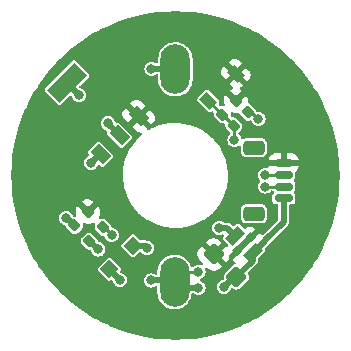
<source format=gbr>
%TF.GenerationSoftware,KiCad,Pcbnew,(5.99.0-11604-g878538abff)*%
%TF.CreationDate,2021-08-06T13:26:27+02:00*%
%TF.ProjectId,pixel-pump-motor-board,70697865-6c2d-4707-956d-702d6d6f746f,rev?*%
%TF.SameCoordinates,Original*%
%TF.FileFunction,Copper,L1,Top*%
%TF.FilePolarity,Positive*%
%FSLAX46Y46*%
G04 Gerber Fmt 4.6, Leading zero omitted, Abs format (unit mm)*
G04 Created by KiCad (PCBNEW (5.99.0-11604-g878538abff)) date 2021-08-06 13:26:27*
%MOMM*%
%LPD*%
G01*
G04 APERTURE LIST*
G04 Aperture macros list*
%AMRoundRect*
0 Rectangle with rounded corners*
0 $1 Rounding radius*
0 $2 $3 $4 $5 $6 $7 $8 $9 X,Y pos of 4 corners*
0 Add a 4 corners polygon primitive as box body*
4,1,4,$2,$3,$4,$5,$6,$7,$8,$9,$2,$3,0*
0 Add four circle primitives for the rounded corners*
1,1,$1+$1,$2,$3*
1,1,$1+$1,$4,$5*
1,1,$1+$1,$6,$7*
1,1,$1+$1,$8,$9*
0 Add four rect primitives between the rounded corners*
20,1,$1+$1,$2,$3,$4,$5,0*
20,1,$1+$1,$4,$5,$6,$7,0*
20,1,$1+$1,$6,$7,$8,$9,0*
20,1,$1+$1,$8,$9,$2,$3,0*%
%AMRotRect*
0 Rectangle, with rotation*
0 The origin of the aperture is its center*
0 $1 length*
0 $2 width*
0 $3 Rotation angle, in degrees counterclockwise*
0 Add horizontal line*
21,1,$1,$2,0,0,$3*%
G04 Aperture macros list end*
%TA.AperFunction,SMDPad,CuDef*%
%ADD10RotRect,0.863600X1.473200X315.000000*%
%TD*%
%TA.AperFunction,SMDPad,CuDef*%
%ADD11RotRect,0.685800X0.533400X315.000000*%
%TD*%
%TA.AperFunction,SMDPad,CuDef*%
%ADD12RotRect,0.990600X1.498600X45.000000*%
%TD*%
%TA.AperFunction,SMDPad,CuDef*%
%ADD13RotRect,3.276600X1.498600X45.000000*%
%TD*%
%TA.AperFunction,ComponentPad*%
%ADD14O,2.500000X4.200000*%
%TD*%
%TA.AperFunction,SMDPad,CuDef*%
%ADD15RoundRect,0.250000X0.618718X-0.017678X-0.017678X0.618718X-0.618718X0.017678X0.017678X-0.618718X0*%
%TD*%
%TA.AperFunction,SMDPad,CuDef*%
%ADD16RoundRect,0.150000X0.625000X-0.150000X0.625000X0.150000X-0.625000X0.150000X-0.625000X-0.150000X0*%
%TD*%
%TA.AperFunction,SMDPad,CuDef*%
%ADD17RoundRect,0.250000X0.650000X-0.350000X0.650000X0.350000X-0.650000X0.350000X-0.650000X-0.350000X0*%
%TD*%
%TA.AperFunction,SMDPad,CuDef*%
%ADD18RoundRect,0.200000X0.053033X-0.335876X0.335876X-0.053033X-0.053033X0.335876X-0.335876X0.053033X0*%
%TD*%
%TA.AperFunction,SMDPad,CuDef*%
%ADD19RotRect,0.900000X1.200000X45.000000*%
%TD*%
%TA.AperFunction,SMDPad,CuDef*%
%ADD20RoundRect,0.200000X-0.053033X0.335876X-0.335876X0.053033X0.053033X-0.335876X0.335876X-0.053033X0*%
%TD*%
%TA.AperFunction,SMDPad,CuDef*%
%ADD21RotRect,1.100000X1.100000X45.000000*%
%TD*%
%TA.AperFunction,ViaPad*%
%ADD22C,0.800000*%
%TD*%
%TA.AperFunction,Conductor*%
%ADD23C,0.500000*%
%TD*%
%TA.AperFunction,Conductor*%
%ADD24C,0.250000*%
%TD*%
G04 APERTURE END LIST*
D10*
%TO.P,U1,1,1*%
%TO.N,Net-(D1-Pad2)*%
X85163619Y-63763619D03*
%TO.P,U1,2,2*%
%TO.N,BEMF_PIN*%
X86636381Y-65236381D03*
D11*
%TO.P,U1,3,3*%
%TO.N,GND*%
X86483717Y-63916283D03*
%TO.P,U1,4,4*%
X85316283Y-65083717D03*
%TD*%
D12*
%TO.P,Q1,1*%
%TO.N,Net-(Q1-Pad1)*%
X73760138Y-56868030D03*
%TO.P,Q1,2*%
%TO.N,Net-(D1-Pad2)*%
X75376584Y-55251584D03*
%TO.P,Q1,3*%
%TO.N,GND*%
X76993030Y-53635138D03*
D13*
%TO.P,Q1,T*%
%TO.N,Net-(D1-Pad2)*%
X70922377Y-50797377D03*
%TD*%
D14*
%TO.P,J3,1,motor*%
%TO.N,Net-(D1-Pad2)*%
X80100000Y-49675000D03*
%TD*%
D15*
%TO.P,C1,1*%
%TO.N,BEMF_PIN*%
X85254594Y-67254594D03*
%TO.P,C1,2*%
%TO.N,GND*%
X83345406Y-65345406D03*
%TD*%
D16*
%TO.P,J1,1,Pin_1*%
%TO.N,BEMF_PIN*%
X89275000Y-60600000D03*
%TO.P,J1,2,Pin_2*%
%TO.N,PWM*%
X89275000Y-59600000D03*
%TO.P,J1,3,Pin_3*%
%TO.N,BEMF*%
X89275000Y-58600000D03*
%TO.P,J1,4,Pin_4*%
%TO.N,GND*%
X89275000Y-57600000D03*
D17*
%TO.P,J1,MP*%
%TO.N,N/C*%
X86750000Y-61900000D03*
X86750000Y-56300000D03*
%TD*%
D18*
%TO.P,R1,1*%
%TO.N,Net-(Q1-Pad1)*%
X72822637Y-64235763D03*
%TO.P,R1,2*%
%TO.N,PWM*%
X73989363Y-63069037D03*
%TD*%
%TO.P,R4,1*%
%TO.N,BEMF*%
X84066637Y-53508363D03*
%TO.P,R4,2*%
%TO.N,GND*%
X85233363Y-52341637D03*
%TD*%
D14*
%TO.P,J2,1,motor*%
%TO.N,BEMF_PIN*%
X80025000Y-67675000D03*
%TD*%
D18*
%TO.P,R2,1*%
%TO.N,Net-(Q1-Pad1)*%
X71527237Y-62889563D03*
%TO.P,R2,2*%
%TO.N,GND*%
X72693963Y-61722837D03*
%TD*%
D19*
%TO.P,D2,1,K*%
%TO.N,BEMF*%
X82883274Y-52366726D03*
%TO.P,D2,2,A*%
%TO.N,GND*%
X85216726Y-50033274D03*
%TD*%
D20*
%TO.P,R3,1*%
%TO.N,BEMF_PIN*%
X86208363Y-53291637D03*
%TO.P,R3,2*%
%TO.N,BEMF*%
X85041637Y-54458363D03*
%TD*%
D21*
%TO.P,D1,1,K*%
%TO.N,BEMF_PIN*%
X74510051Y-66589949D03*
%TO.P,D1,2,A*%
%TO.N,Net-(D1-Pad2)*%
X76489949Y-64610051D03*
%TD*%
D22*
%TO.N,BEMF_PIN*%
X75400000Y-67500000D03*
X87125000Y-53875000D03*
X82050000Y-68175000D03*
X82050000Y-66825000D03*
X78050000Y-67550000D03*
X84200000Y-68100000D03*
%TO.N,GND*%
X91422785Y-52871178D03*
X88950800Y-67640200D03*
X85860479Y-47308872D03*
X70190670Y-66659475D03*
X82073209Y-71220754D03*
X72072182Y-68540987D03*
X68427600Y-53721000D03*
X67665600Y-55956200D03*
X92532200Y-61214000D03*
X83376352Y-46355305D03*
X76787894Y-70943763D03*
X90474800Y-65862200D03*
X91744800Y-63601600D03*
X68741461Y-64427890D03*
X87014246Y-69324068D03*
X89973576Y-50639593D03*
X74303767Y-69990196D03*
X75133200Y-46964600D03*
X73150000Y-47975000D03*
X67787894Y-61943763D03*
X92376352Y-55355305D03*
X84643402Y-70532073D03*
X88092064Y-48758081D03*
X77520800Y-46177200D03*
%TO.N,Net-(D1-Pad2)*%
X77700000Y-64800000D03*
X71925000Y-51875000D03*
X78075000Y-49625000D03*
X83800000Y-63100000D03*
X74400000Y-54250000D03*
%TO.N,PWM*%
X74700000Y-63725000D03*
X87700000Y-59600000D03*
%TO.N,BEMF*%
X87700000Y-58600000D03*
X85100000Y-55675000D03*
%TO.N,Net-(Q1-Pad1)*%
X73575000Y-64925000D03*
X70850000Y-62250000D03*
X72975000Y-57600000D03*
%TD*%
D23*
%TO.N,BEMF_PIN*%
X86636381Y-65872807D02*
X85254594Y-67254594D01*
X89275000Y-60600000D02*
X89275000Y-62575000D01*
X82050000Y-68175000D02*
X80494000Y-68175000D01*
X80494000Y-68175000D02*
X80060800Y-67741800D01*
D24*
X80977600Y-66825000D02*
X80060800Y-67741800D01*
D23*
X74510051Y-66589949D02*
X74510051Y-66610051D01*
D24*
X86541637Y-53291637D02*
X87125000Y-53875000D01*
D23*
X74510051Y-66610051D02*
X75400000Y-67500000D01*
D24*
X86208363Y-53291637D02*
X86541637Y-53291637D01*
D23*
X89275000Y-62575000D02*
X87700000Y-64150000D01*
X79869000Y-67550000D02*
X80060800Y-67741800D01*
X85254594Y-67254594D02*
X85045406Y-67254594D01*
D24*
X82050000Y-66825000D02*
X80977600Y-66825000D01*
D23*
X78050000Y-67550000D02*
X79869000Y-67550000D01*
X87700000Y-64172762D02*
X86636381Y-65236381D01*
X86636381Y-65236381D02*
X86636381Y-65872807D01*
X85045406Y-67254594D02*
X84200000Y-68100000D01*
X87700000Y-64150000D02*
X87700000Y-64172762D01*
%TO.N,GND*%
X85316283Y-65083717D02*
X86483717Y-63916283D01*
%TO.N,Net-(D1-Pad2)*%
X80105000Y-49625000D02*
X80111600Y-49631600D01*
X78075000Y-49625000D02*
X80105000Y-49625000D01*
X70922377Y-50797377D02*
X70922377Y-50872377D01*
X77510051Y-64610051D02*
X77700000Y-64800000D01*
X83800000Y-63100000D02*
X84500000Y-63100000D01*
X70922377Y-50872377D02*
X71925000Y-51875000D01*
X84500000Y-63100000D02*
X85163619Y-63763619D01*
X76489949Y-64610051D02*
X77510051Y-64610051D01*
X74400000Y-54250000D02*
X74400000Y-54275000D01*
X74400000Y-54275000D02*
X75376584Y-55251584D01*
D24*
%TO.N,PWM*%
X74044037Y-63069037D02*
X74700000Y-63725000D01*
X87700000Y-59600000D02*
X89275000Y-59600000D01*
X73989363Y-63069037D02*
X74044037Y-63069037D01*
%TO.N,BEMF*%
X87700000Y-58600000D02*
X89275000Y-58600000D01*
X85041637Y-54458363D02*
X85041637Y-55616637D01*
X85041637Y-55616637D02*
X85100000Y-55675000D01*
X84066637Y-53508363D02*
X84091637Y-53508363D01*
X84091637Y-53508363D02*
X85041637Y-54458363D01*
X82925000Y-52366726D02*
X84066637Y-53508363D01*
X82883274Y-52366726D02*
X82925000Y-52366726D01*
D23*
%TO.N,Net-(Q1-Pad1)*%
X73575000Y-64925000D02*
X73511874Y-64925000D01*
X73760138Y-56868030D02*
X73706970Y-56868030D01*
X70887674Y-62250000D02*
X71527237Y-62889563D01*
X70850000Y-62250000D02*
X70887674Y-62250000D01*
X73511874Y-64925000D02*
X72822637Y-64235763D01*
X73706970Y-56868030D02*
X72975000Y-57600000D01*
%TD*%
%TA.AperFunction,Conductor*%
%TO.N,GND*%
G36*
X80832637Y-44787254D02*
G01*
X80839190Y-44787597D01*
X81467304Y-44837031D01*
X81558120Y-44844179D01*
X81564682Y-44844869D01*
X82279629Y-44938993D01*
X82286127Y-44940023D01*
X82995184Y-45071438D01*
X83001617Y-45072805D01*
X83702858Y-45241158D01*
X83709196Y-45242857D01*
X84400616Y-45447665D01*
X84406890Y-45449703D01*
X85086660Y-45690423D01*
X85092818Y-45692787D01*
X85759045Y-45968747D01*
X85765071Y-45971430D01*
X86415943Y-46281880D01*
X86421821Y-46284875D01*
X86659271Y-46413799D01*
X87055569Y-46628972D01*
X87061240Y-46632246D01*
X87584706Y-46953026D01*
X87676129Y-47009050D01*
X87681661Y-47012643D01*
X88275954Y-47421090D01*
X88281279Y-47424959D01*
X88853401Y-47863964D01*
X88858524Y-47868112D01*
X89179150Y-48141953D01*
X89406852Y-48336429D01*
X89411751Y-48340840D01*
X89892385Y-48796944D01*
X89934844Y-48837236D01*
X89939505Y-48841897D01*
X90247716Y-49166683D01*
X90435901Y-49364989D01*
X90440315Y-49369892D01*
X90908629Y-49918217D01*
X90912780Y-49923343D01*
X91351785Y-50495465D01*
X91355654Y-50500790D01*
X91563159Y-50802711D01*
X91764101Y-51095083D01*
X91767694Y-51100615D01*
X91789243Y-51135780D01*
X92144498Y-51715504D01*
X92147772Y-51721175D01*
X92315329Y-52029776D01*
X92491869Y-52354923D01*
X92494864Y-52360801D01*
X92805314Y-53011673D01*
X92807997Y-53017699D01*
X93083957Y-53683926D01*
X93086321Y-53690084D01*
X93197459Y-54003928D01*
X93316250Y-54339380D01*
X93327041Y-54369854D01*
X93329078Y-54376124D01*
X93532861Y-55064083D01*
X93533882Y-55067531D01*
X93535586Y-55073886D01*
X93692923Y-55729243D01*
X93703937Y-55775118D01*
X93705306Y-55781560D01*
X93836720Y-56490608D01*
X93837751Y-56497115D01*
X93909338Y-57040878D01*
X93931875Y-57212064D01*
X93932565Y-57218624D01*
X93989101Y-57936962D01*
X93989146Y-57937537D01*
X93989490Y-57944107D01*
X94008367Y-58664993D01*
X94008367Y-58671575D01*
X93990128Y-59368133D01*
X93989491Y-59392457D01*
X93989147Y-59399028D01*
X93940138Y-60021736D01*
X93932565Y-60117958D01*
X93931875Y-60124518D01*
X93843461Y-60796097D01*
X93837752Y-60839458D01*
X93836721Y-60845965D01*
X93718904Y-61481657D01*
X93705308Y-61555012D01*
X93703939Y-61561455D01*
X93538634Y-62250000D01*
X93535590Y-62262679D01*
X93533887Y-62269034D01*
X93331753Y-62951426D01*
X93329079Y-62960454D01*
X93327042Y-62966724D01*
X93282746Y-63091812D01*
X93086321Y-63646498D01*
X93083957Y-63652656D01*
X92807997Y-64318883D01*
X92805314Y-64324909D01*
X92494864Y-64975781D01*
X92491869Y-64981659D01*
X92401192Y-65148666D01*
X92147772Y-65615407D01*
X92144498Y-65621078D01*
X91859600Y-66085990D01*
X91767694Y-66235967D01*
X91764101Y-66241499D01*
X91720121Y-66305491D01*
X91363072Y-66825000D01*
X91355663Y-66835780D01*
X91351785Y-66841117D01*
X90912780Y-67413239D01*
X90908632Y-67418362D01*
X90468828Y-67933305D01*
X90440315Y-67966690D01*
X90435904Y-67971589D01*
X89949273Y-68484392D01*
X89939508Y-68494682D01*
X89934847Y-68499343D01*
X89663456Y-68756884D01*
X89411755Y-68995739D01*
X89406855Y-69000150D01*
X89057059Y-69298905D01*
X88858527Y-69468467D01*
X88853401Y-69472618D01*
X88281279Y-69911623D01*
X88275954Y-69915492D01*
X88186568Y-69976926D01*
X87681661Y-70323939D01*
X87676129Y-70327532D01*
X87061240Y-70704336D01*
X87055569Y-70707610D01*
X86659271Y-70922783D01*
X86421821Y-71051707D01*
X86415943Y-71054702D01*
X85765071Y-71365152D01*
X85759045Y-71367835D01*
X85092818Y-71643795D01*
X85086660Y-71646159D01*
X84406890Y-71886879D01*
X84400620Y-71888916D01*
X83709196Y-72093725D01*
X83702858Y-72095424D01*
X83001617Y-72263777D01*
X82995184Y-72265144D01*
X82286127Y-72396559D01*
X82279629Y-72397589D01*
X81689794Y-72475242D01*
X81564680Y-72491713D01*
X81558120Y-72492403D01*
X81467304Y-72499551D01*
X80839190Y-72548985D01*
X80832637Y-72549328D01*
X80111737Y-72568205D01*
X80105169Y-72568205D01*
X79384269Y-72549328D01*
X79377716Y-72548985D01*
X78749602Y-72499551D01*
X78658786Y-72492403D01*
X78652226Y-72491713D01*
X78527112Y-72475242D01*
X77937277Y-72397589D01*
X77930779Y-72396559D01*
X77221722Y-72265144D01*
X77215289Y-72263777D01*
X76514048Y-72095424D01*
X76507710Y-72093725D01*
X75816286Y-71888916D01*
X75810016Y-71886879D01*
X75130246Y-71646159D01*
X75124088Y-71643795D01*
X74457861Y-71367835D01*
X74451835Y-71365152D01*
X73800963Y-71054702D01*
X73795085Y-71051707D01*
X73557635Y-70922783D01*
X73161337Y-70707610D01*
X73155666Y-70704336D01*
X72540777Y-70327532D01*
X72535245Y-70323939D01*
X72030338Y-69976926D01*
X71940952Y-69915492D01*
X71935627Y-69911623D01*
X71363505Y-69472618D01*
X71358379Y-69468467D01*
X71159848Y-69298905D01*
X70810051Y-69000150D01*
X70805151Y-68995739D01*
X70553451Y-68756884D01*
X70282059Y-68499343D01*
X70277398Y-68494682D01*
X70267633Y-68484392D01*
X69781002Y-67971589D01*
X69776591Y-67966690D01*
X69748078Y-67933305D01*
X69308274Y-67418362D01*
X69304126Y-67413239D01*
X68865121Y-66841117D01*
X68861243Y-66835780D01*
X68853835Y-66825000D01*
X68692288Y-66589949D01*
X73527806Y-66589949D01*
X73530227Y-66602120D01*
X73537483Y-66638597D01*
X73543367Y-66668180D01*
X73576495Y-66717760D01*
X74382240Y-67523505D01*
X74431820Y-67556633D01*
X74443989Y-67559054D01*
X74443990Y-67559054D01*
X74497880Y-67569773D01*
X74510051Y-67572194D01*
X74522222Y-67569773D01*
X74576112Y-67559054D01*
X74576113Y-67559054D01*
X74588282Y-67556633D01*
X74616039Y-67538086D01*
X74683790Y-67516873D01*
X74752257Y-67535657D01*
X74799700Y-67588474D01*
X74810960Y-67626407D01*
X74814956Y-67656762D01*
X74875464Y-67802841D01*
X74971718Y-67928282D01*
X75097159Y-68024536D01*
X75243238Y-68085044D01*
X75400000Y-68105682D01*
X75408188Y-68104604D01*
X75548574Y-68086122D01*
X75556762Y-68085044D01*
X75702841Y-68024536D01*
X75828282Y-67928282D01*
X75924536Y-67802841D01*
X75985044Y-67656762D01*
X75999099Y-67550000D01*
X77444318Y-67550000D01*
X77464956Y-67706762D01*
X77525464Y-67852841D01*
X77621718Y-67978282D01*
X77747159Y-68074536D01*
X77893238Y-68135044D01*
X78050000Y-68155682D01*
X78058188Y-68154604D01*
X78198574Y-68136122D01*
X78206762Y-68135044D01*
X78352841Y-68074536D01*
X78359390Y-68069511D01*
X78359393Y-68069509D01*
X78371795Y-68059992D01*
X78438015Y-68034391D01*
X78507564Y-68048655D01*
X78558361Y-68098256D01*
X78574500Y-68159954D01*
X78574500Y-68585463D01*
X78574712Y-68588036D01*
X78574712Y-68588047D01*
X78588649Y-68757565D01*
X78588650Y-68757571D01*
X78589073Y-68762716D01*
X78647179Y-68994048D01*
X78649237Y-68998781D01*
X78649238Y-68998784D01*
X78661756Y-69027572D01*
X78742288Y-69212784D01*
X78871845Y-69413049D01*
X78875324Y-69416872D01*
X78875326Y-69416875D01*
X78926049Y-69472618D01*
X79032371Y-69589464D01*
X79036422Y-69592663D01*
X79036426Y-69592667D01*
X79215500Y-69734091D01*
X79215504Y-69734093D01*
X79219555Y-69737293D01*
X79224076Y-69739789D01*
X79224078Y-69739790D01*
X79275318Y-69768076D01*
X79428369Y-69852564D01*
X79433238Y-69854288D01*
X79433242Y-69854290D01*
X79648337Y-69930459D01*
X79648339Y-69930460D01*
X79653206Y-69932183D01*
X79770617Y-69953098D01*
X79882940Y-69973106D01*
X79882944Y-69973106D01*
X79888028Y-69974012D01*
X79971860Y-69975036D01*
X80121360Y-69976863D01*
X80121362Y-69976863D01*
X80126529Y-69976926D01*
X80362302Y-69940847D01*
X80589018Y-69866745D01*
X80593606Y-69864357D01*
X80593610Y-69864355D01*
X80795997Y-69758999D01*
X80795998Y-69758998D01*
X80800586Y-69756610D01*
X80804719Y-69753507D01*
X80804722Y-69753505D01*
X80987190Y-69616503D01*
X80987192Y-69616501D01*
X80991325Y-69613398D01*
X81156113Y-69440958D01*
X81290525Y-69243918D01*
X81390949Y-69027572D01*
X81454691Y-68797728D01*
X81461062Y-68738110D01*
X81488190Y-68672502D01*
X81546482Y-68631973D01*
X81586349Y-68625500D01*
X81607901Y-68625500D01*
X81676022Y-68645502D01*
X81684605Y-68651537D01*
X81747159Y-68699536D01*
X81893238Y-68760044D01*
X82050000Y-68780682D01*
X82058188Y-68779604D01*
X82198574Y-68761122D01*
X82206762Y-68760044D01*
X82352841Y-68699536D01*
X82478282Y-68603282D01*
X82574536Y-68477841D01*
X82635044Y-68331762D01*
X82655682Y-68175000D01*
X82635044Y-68018238D01*
X82574536Y-67872159D01*
X82478282Y-67746718D01*
X82352841Y-67650464D01*
X82270625Y-67616409D01*
X82215344Y-67571861D01*
X82192923Y-67504497D01*
X82210481Y-67435706D01*
X82262443Y-67387328D01*
X82270625Y-67383591D01*
X82352841Y-67349536D01*
X82478282Y-67253282D01*
X82574536Y-67127841D01*
X82635044Y-66981762D01*
X82655682Y-66825000D01*
X82635044Y-66668238D01*
X82631884Y-66660610D01*
X82631883Y-66660605D01*
X82622767Y-66638597D01*
X82615178Y-66568007D01*
X82646958Y-66504521D01*
X82708016Y-66468294D01*
X82778968Y-66470828D01*
X82828271Y-66501285D01*
X82860391Y-66533405D01*
X82865246Y-66537782D01*
X82939852Y-66598362D01*
X82951369Y-66605789D01*
X83096775Y-66678445D01*
X83110443Y-66683392D01*
X83268244Y-66720548D01*
X83282687Y-66722220D01*
X83444805Y-66722079D01*
X83459241Y-66720383D01*
X83616978Y-66682950D01*
X83630642Y-66677977D01*
X83775926Y-66605066D01*
X83787411Y-66597635D01*
X83860966Y-66537753D01*
X83865737Y-66533445D01*
X84007174Y-66392008D01*
X84014788Y-66378064D01*
X84014657Y-66376231D01*
X84010406Y-66369616D01*
X82324428Y-64683638D01*
X82310484Y-64676024D01*
X82308651Y-64676155D01*
X82302037Y-64680405D01*
X82157390Y-64825053D01*
X82153042Y-64829876D01*
X82092445Y-64904503D01*
X82085023Y-64916014D01*
X82012369Y-65061415D01*
X82007419Y-65075089D01*
X81970264Y-65232888D01*
X81968592Y-65247333D01*
X81968733Y-65409450D01*
X81970429Y-65423886D01*
X82007862Y-65581623D01*
X82012835Y-65595287D01*
X82085747Y-65740573D01*
X82093176Y-65752056D01*
X82153056Y-65825606D01*
X82157375Y-65830390D01*
X82373714Y-66046729D01*
X82407740Y-66109041D01*
X82402675Y-66179856D01*
X82360128Y-66236692D01*
X82293608Y-66261503D01*
X82236402Y-66252233D01*
X82206762Y-66239956D01*
X82181970Y-66236692D01*
X82058188Y-66220396D01*
X82050000Y-66219318D01*
X82041812Y-66220396D01*
X81918031Y-66236692D01*
X81893238Y-66239956D01*
X81747159Y-66300464D01*
X81621718Y-66396718D01*
X81616695Y-66403264D01*
X81611958Y-66408001D01*
X81549646Y-66442027D01*
X81478831Y-66436962D01*
X81421995Y-66394415D01*
X81403833Y-66359981D01*
X81402821Y-66355952D01*
X81353758Y-66243115D01*
X81309772Y-66141953D01*
X81309770Y-66141950D01*
X81307712Y-66137216D01*
X81178155Y-65936951D01*
X81153744Y-65910123D01*
X81021107Y-65764358D01*
X81021105Y-65764357D01*
X81017629Y-65760536D01*
X81013578Y-65757337D01*
X81013574Y-65757333D01*
X80834500Y-65615909D01*
X80834496Y-65615907D01*
X80830445Y-65612707D01*
X80791125Y-65591001D01*
X80769667Y-65579156D01*
X80621631Y-65497436D01*
X80616762Y-65495712D01*
X80616758Y-65495710D01*
X80401663Y-65419541D01*
X80401661Y-65419540D01*
X80396794Y-65417817D01*
X80246792Y-65391097D01*
X80167060Y-65376894D01*
X80167056Y-65376894D01*
X80161972Y-65375988D01*
X80078140Y-65374964D01*
X79928640Y-65373137D01*
X79928638Y-65373137D01*
X79923471Y-65373074D01*
X79687698Y-65409153D01*
X79460982Y-65483255D01*
X79456394Y-65485643D01*
X79456390Y-65485645D01*
X79272018Y-65581623D01*
X79249414Y-65593390D01*
X79245281Y-65596493D01*
X79245278Y-65596495D01*
X79133944Y-65680088D01*
X79058675Y-65736602D01*
X78893887Y-65909042D01*
X78890973Y-65913314D01*
X78890972Y-65913315D01*
X78836739Y-65992818D01*
X78759475Y-66106082D01*
X78715682Y-66200426D01*
X78688462Y-66259068D01*
X78659051Y-66322428D01*
X78595309Y-66552272D01*
X78594760Y-66557409D01*
X78577147Y-66722220D01*
X78574500Y-66746986D01*
X78574500Y-66940046D01*
X78554498Y-67008167D01*
X78500842Y-67054660D01*
X78430568Y-67064764D01*
X78371795Y-67040008D01*
X78359393Y-67030491D01*
X78359390Y-67030489D01*
X78352841Y-67025464D01*
X78206762Y-66964956D01*
X78050000Y-66944318D01*
X77893238Y-66964956D01*
X77747159Y-67025464D01*
X77621718Y-67121718D01*
X77616695Y-67128264D01*
X77601840Y-67147623D01*
X77525464Y-67247159D01*
X77464956Y-67393238D01*
X77444318Y-67550000D01*
X75999099Y-67550000D01*
X76005682Y-67500000D01*
X75985044Y-67343238D01*
X75924536Y-67197159D01*
X75828282Y-67071718D01*
X75702841Y-66975464D01*
X75556762Y-66914956D01*
X75532538Y-66911767D01*
X75467611Y-66883045D01*
X75428519Y-66823780D01*
X75427674Y-66752789D01*
X75444219Y-66716844D01*
X75469840Y-66678499D01*
X75476735Y-66668180D01*
X75482620Y-66638597D01*
X75489875Y-66602120D01*
X75492296Y-66589949D01*
X75487931Y-66568007D01*
X75479156Y-66523888D01*
X75479156Y-66523887D01*
X75476735Y-66511718D01*
X75443607Y-66462138D01*
X74637862Y-65656393D01*
X74588282Y-65623265D01*
X74576113Y-65620844D01*
X74576112Y-65620844D01*
X74531842Y-65612038D01*
X74510051Y-65607704D01*
X74488260Y-65612038D01*
X74443990Y-65620844D01*
X74443989Y-65620844D01*
X74431820Y-65623265D01*
X74382240Y-65656393D01*
X73576495Y-66462138D01*
X73543367Y-66511718D01*
X73540946Y-66523887D01*
X73540946Y-66523888D01*
X73532171Y-66568007D01*
X73527806Y-66589949D01*
X68692288Y-66589949D01*
X68496785Y-66305491D01*
X68452805Y-66241499D01*
X68449212Y-66235967D01*
X68357306Y-66085990D01*
X68072408Y-65621078D01*
X68069134Y-65615407D01*
X67815714Y-65148666D01*
X67725037Y-64981659D01*
X67722042Y-64975781D01*
X67411592Y-64324909D01*
X67408909Y-64318883D01*
X67326238Y-64119297D01*
X72086262Y-64119297D01*
X72086262Y-64246163D01*
X72125465Y-64366820D01*
X72181278Y-64443639D01*
X72614761Y-64877121D01*
X72618765Y-64880030D01*
X72683554Y-64927104D01*
X72683556Y-64927105D01*
X72691580Y-64932935D01*
X72701015Y-64936001D01*
X72701016Y-64936001D01*
X72721397Y-64942623D01*
X72812237Y-64972138D01*
X72865025Y-64972138D01*
X72933146Y-64992140D01*
X72979639Y-65045796D01*
X72985378Y-65065963D01*
X72986741Y-65065598D01*
X72988878Y-65073572D01*
X72989956Y-65081762D01*
X73050464Y-65227841D01*
X73146718Y-65353282D01*
X73153264Y-65358305D01*
X73172594Y-65373137D01*
X73272159Y-65449536D01*
X73418238Y-65510044D01*
X73575000Y-65530682D01*
X73583188Y-65529604D01*
X73723574Y-65511122D01*
X73731762Y-65510044D01*
X73877841Y-65449536D01*
X73977406Y-65373137D01*
X73996736Y-65358305D01*
X74003282Y-65353282D01*
X74099536Y-65227841D01*
X74160044Y-65081762D01*
X74180682Y-64925000D01*
X74166016Y-64813602D01*
X74161122Y-64776426D01*
X74160044Y-64768238D01*
X74099536Y-64622159D01*
X74090245Y-64610051D01*
X75507704Y-64610051D01*
X75510125Y-64622222D01*
X75520827Y-64676024D01*
X75523265Y-64688282D01*
X75556393Y-64737862D01*
X76362138Y-65543607D01*
X76411718Y-65576735D01*
X76423887Y-65579156D01*
X76423888Y-65579156D01*
X76477778Y-65589875D01*
X76489949Y-65592296D01*
X76502120Y-65589875D01*
X76556010Y-65579156D01*
X76556011Y-65579156D01*
X76568180Y-65576735D01*
X76617760Y-65543607D01*
X77023098Y-65138269D01*
X77085410Y-65104243D01*
X77156225Y-65109308D01*
X77212155Y-65150660D01*
X77266691Y-65221732D01*
X77266695Y-65221736D01*
X77271718Y-65228282D01*
X77397159Y-65324536D01*
X77543238Y-65385044D01*
X77700000Y-65405682D01*
X77708188Y-65404604D01*
X77848574Y-65386122D01*
X77856762Y-65385044D01*
X78002841Y-65324536D01*
X78128282Y-65228282D01*
X78224536Y-65102841D01*
X78285044Y-64956762D01*
X78290304Y-64916812D01*
X78304604Y-64808188D01*
X78305682Y-64800000D01*
X78285044Y-64643238D01*
X78224536Y-64497159D01*
X78140674Y-64387867D01*
X78133305Y-64378264D01*
X78128282Y-64371718D01*
X78051431Y-64312748D01*
X82676024Y-64312748D01*
X82676155Y-64314581D01*
X82680406Y-64321196D01*
X83332594Y-64973384D01*
X83346538Y-64980998D01*
X83348371Y-64980867D01*
X83354986Y-64976616D01*
X83989499Y-64342102D01*
X83997110Y-64328164D01*
X83996978Y-64326328D01*
X83992729Y-64319716D01*
X83830413Y-64157400D01*
X83825569Y-64153032D01*
X83750960Y-64092450D01*
X83739443Y-64085023D01*
X83594037Y-64012367D01*
X83580369Y-64007420D01*
X83422568Y-63970264D01*
X83408125Y-63968592D01*
X83246007Y-63968733D01*
X83231571Y-63970429D01*
X83073834Y-64007862D01*
X83060170Y-64012835D01*
X82914886Y-64085746D01*
X82903401Y-64093177D01*
X82829846Y-64153059D01*
X82825075Y-64157367D01*
X82683638Y-64298804D01*
X82676024Y-64312748D01*
X78051431Y-64312748D01*
X78002841Y-64275464D01*
X77856762Y-64214956D01*
X77700000Y-64194318D01*
X77700109Y-64193489D01*
X77674476Y-64189532D01*
X77654513Y-64183219D01*
X77650801Y-64181980D01*
X77604314Y-64165655D01*
X77604312Y-64165655D01*
X77595420Y-64162532D01*
X77588232Y-64162250D01*
X77588173Y-64162239D01*
X77581321Y-64160071D01*
X77574714Y-64159551D01*
X77522035Y-64159551D01*
X77517088Y-64159454D01*
X77460057Y-64157213D01*
X77452951Y-64159097D01*
X77444704Y-64159551D01*
X77153006Y-64159551D01*
X77084885Y-64139549D01*
X77063911Y-64122646D01*
X76617760Y-63676495D01*
X76568180Y-63643367D01*
X76556011Y-63640946D01*
X76556010Y-63640946D01*
X76502120Y-63630227D01*
X76489949Y-63627806D01*
X76477778Y-63630227D01*
X76423888Y-63640946D01*
X76423887Y-63640946D01*
X76411718Y-63643367D01*
X76362138Y-63676495D01*
X75556393Y-64482240D01*
X75523265Y-64531820D01*
X75507704Y-64610051D01*
X74090245Y-64610051D01*
X74003282Y-64496718D01*
X73877841Y-64400464D01*
X73731762Y-64339956D01*
X73665549Y-64331239D01*
X73600622Y-64302517D01*
X73561530Y-64243252D01*
X73559012Y-64232365D01*
X73559012Y-64225363D01*
X73555948Y-64215931D01*
X73555947Y-64215928D01*
X73535592Y-64153282D01*
X73519809Y-64104706D01*
X73463996Y-64027887D01*
X73030513Y-63594405D01*
X72994498Y-63568238D01*
X72961720Y-63544422D01*
X72961718Y-63544421D01*
X72953694Y-63538591D01*
X72921966Y-63528282D01*
X72842473Y-63502454D01*
X72842474Y-63502454D01*
X72833037Y-63499388D01*
X72706171Y-63499388D01*
X72585514Y-63538591D01*
X72508695Y-63594404D01*
X72181279Y-63921821D01*
X72125465Y-63998640D01*
X72086262Y-64119297D01*
X67326238Y-64119297D01*
X67132949Y-63652656D01*
X67130585Y-63646498D01*
X66934160Y-63091812D01*
X66889864Y-62966724D01*
X66887827Y-62960454D01*
X66885153Y-62951426D01*
X66683019Y-62269034D01*
X66681316Y-62262679D01*
X66678273Y-62250000D01*
X70244318Y-62250000D01*
X70264956Y-62406762D01*
X70325464Y-62552841D01*
X70351663Y-62586984D01*
X70403417Y-62654431D01*
X70421718Y-62678282D01*
X70428264Y-62683305D01*
X70439790Y-62692149D01*
X70547159Y-62774536D01*
X70693238Y-62835044D01*
X70701426Y-62836122D01*
X70709402Y-62838259D01*
X70708544Y-62841461D01*
X70759305Y-62863923D01*
X70797755Y-62921179D01*
X70830065Y-63020620D01*
X70885878Y-63097439D01*
X71319361Y-63530921D01*
X71337943Y-63544422D01*
X71388154Y-63580904D01*
X71388156Y-63580905D01*
X71396180Y-63586735D01*
X71516837Y-63625938D01*
X71643703Y-63625938D01*
X71764360Y-63586735D01*
X71810212Y-63553421D01*
X71837178Y-63533829D01*
X71837179Y-63533829D01*
X71841179Y-63530922D01*
X72168595Y-63203505D01*
X72212471Y-63143117D01*
X72218578Y-63134712D01*
X72218579Y-63134710D01*
X72224409Y-63126686D01*
X72232058Y-63103146D01*
X72249457Y-63049595D01*
X72263612Y-63006029D01*
X72263612Y-62879163D01*
X72251696Y-62842488D01*
X72249670Y-62771521D01*
X72286334Y-62710724D01*
X72350047Y-62679400D01*
X72420580Y-62687494D01*
X72429907Y-62691894D01*
X72488172Y-62722355D01*
X72502272Y-62727683D01*
X72653941Y-62764936D01*
X72668906Y-62766747D01*
X72825086Y-62766747D01*
X72840051Y-62764936D01*
X72991720Y-62727683D01*
X73005824Y-62722354D01*
X73124753Y-62660178D01*
X73194389Y-62646343D01*
X73260449Y-62672353D01*
X73301961Y-62729948D01*
X73305745Y-62800844D01*
X73296538Y-62825931D01*
X73292191Y-62831914D01*
X73289126Y-62841347D01*
X73289125Y-62841349D01*
X73264301Y-62917753D01*
X73252988Y-62952571D01*
X73252988Y-63079437D01*
X73292191Y-63200094D01*
X73348004Y-63276913D01*
X73781487Y-63710395D01*
X73785491Y-63713304D01*
X73850280Y-63760378D01*
X73850282Y-63760379D01*
X73858306Y-63766209D01*
X73978963Y-63805412D01*
X73999140Y-63805412D01*
X74067261Y-63825414D01*
X74115549Y-63883194D01*
X74175464Y-64027841D01*
X74271718Y-64153282D01*
X74278264Y-64158305D01*
X74279888Y-64159551D01*
X74397159Y-64249536D01*
X74543238Y-64310044D01*
X74700000Y-64330682D01*
X74708188Y-64329604D01*
X74743851Y-64324909D01*
X74856762Y-64310044D01*
X75002841Y-64249536D01*
X75120112Y-64159551D01*
X75121736Y-64158305D01*
X75128282Y-64153282D01*
X75224536Y-64027841D01*
X75285044Y-63881762D01*
X75288372Y-63856487D01*
X75301024Y-63760378D01*
X75305682Y-63725000D01*
X75285044Y-63568238D01*
X75224536Y-63422159D01*
X75128282Y-63296718D01*
X75002841Y-63200464D01*
X74856762Y-63139956D01*
X74826304Y-63135946D01*
X74761377Y-63107223D01*
X74722918Y-63049959D01*
X74721121Y-63044426D01*
X74686535Y-62937980D01*
X74630722Y-62861161D01*
X74197239Y-62427679D01*
X74131011Y-62379560D01*
X74128446Y-62377696D01*
X74128444Y-62377695D01*
X74120420Y-62371865D01*
X73999763Y-62332662D01*
X73872897Y-62332662D01*
X73863464Y-62335727D01*
X73863463Y-62335727D01*
X73861986Y-62336207D01*
X73760854Y-62369066D01*
X73689888Y-62371093D01*
X73629090Y-62334431D01*
X73597765Y-62270718D01*
X73605859Y-62200184D01*
X73617061Y-62179372D01*
X73620702Y-62173907D01*
X73693480Y-62034698D01*
X73698809Y-62020594D01*
X73736062Y-61868925D01*
X73737873Y-61853960D01*
X73737873Y-61697780D01*
X73736062Y-61682815D01*
X73698809Y-61531146D01*
X73693480Y-61517042D01*
X73620705Y-61377840D01*
X73613326Y-61366764D01*
X73572344Y-61317488D01*
X73568427Y-61313195D01*
X73528433Y-61273201D01*
X73514489Y-61265587D01*
X73512656Y-61265718D01*
X73506041Y-61269969D01*
X72783058Y-61992952D01*
X72720746Y-62026978D01*
X72649931Y-62021913D01*
X72604868Y-61992952D01*
X71832085Y-61220169D01*
X71818141Y-61212555D01*
X71816308Y-61212686D01*
X71812495Y-61215136D01*
X71774595Y-61260704D01*
X71767223Y-61271768D01*
X71694446Y-61410976D01*
X71689117Y-61425080D01*
X71651864Y-61576749D01*
X71650053Y-61591714D01*
X71650053Y-61747894D01*
X71651864Y-61762859D01*
X71689117Y-61914528D01*
X71694445Y-61928628D01*
X71724906Y-61986893D01*
X71738741Y-62056529D01*
X71712732Y-62122590D01*
X71655136Y-62164102D01*
X71584241Y-62167886D01*
X71574311Y-62165104D01*
X71537637Y-62153188D01*
X71527718Y-62153188D01*
X71524807Y-62152727D01*
X71460654Y-62122314D01*
X71428109Y-62076496D01*
X71374536Y-61947159D01*
X71278282Y-61821718D01*
X71152841Y-61725464D01*
X71006762Y-61664956D01*
X70850000Y-61644318D01*
X70693238Y-61664956D01*
X70547159Y-61725464D01*
X70421718Y-61821718D01*
X70325464Y-61947159D01*
X70264956Y-62093238D01*
X70244318Y-62250000D01*
X66678273Y-62250000D01*
X66512967Y-61561455D01*
X66511598Y-61555012D01*
X66498003Y-61481657D01*
X66380799Y-60849278D01*
X72183680Y-60849278D01*
X72183811Y-60851111D01*
X72188062Y-60857726D01*
X72681151Y-61350815D01*
X72695095Y-61358429D01*
X72696928Y-61358298D01*
X72703543Y-61354047D01*
X73143598Y-60913992D01*
X73151212Y-60900048D01*
X73151081Y-60898215D01*
X73146830Y-60891600D01*
X73103588Y-60848358D01*
X73099336Y-60844478D01*
X73050030Y-60803469D01*
X73038966Y-60796097D01*
X72899758Y-60723320D01*
X72885654Y-60717991D01*
X72733985Y-60680738D01*
X72719020Y-60678927D01*
X72562840Y-60678927D01*
X72547875Y-60680738D01*
X72396206Y-60717991D01*
X72382102Y-60723320D01*
X72242900Y-60796095D01*
X72231824Y-60803474D01*
X72189445Y-60838720D01*
X72183680Y-60849278D01*
X66380799Y-60849278D01*
X66380185Y-60845965D01*
X66379154Y-60839458D01*
X66373446Y-60796097D01*
X66285031Y-60124518D01*
X66284341Y-60117958D01*
X66276768Y-60021736D01*
X66227759Y-59399028D01*
X66227415Y-59392457D01*
X66226779Y-59368133D01*
X66208539Y-58671575D01*
X66208539Y-58664993D01*
X66212117Y-58528355D01*
X75655605Y-58528355D01*
X75656915Y-58611744D01*
X75662198Y-58948026D01*
X75708256Y-59365214D01*
X75708858Y-59368123D01*
X75708860Y-59368133D01*
X75789341Y-59756762D01*
X75793370Y-59776216D01*
X75794243Y-59779052D01*
X75794243Y-59779054D01*
X75911767Y-60161068D01*
X75916786Y-60177384D01*
X76077407Y-60565157D01*
X76273808Y-60936094D01*
X76275433Y-60938568D01*
X76275439Y-60938578D01*
X76464569Y-61226500D01*
X76504245Y-61286901D01*
X76577101Y-61377840D01*
X76756036Y-61601187D01*
X76766674Y-61614466D01*
X76768738Y-61616596D01*
X76768746Y-61616605D01*
X76962647Y-61816695D01*
X77058764Y-61915880D01*
X77061018Y-61917805D01*
X77353826Y-62167886D01*
X77377924Y-62188468D01*
X77721320Y-62429811D01*
X77793106Y-62470757D01*
X78083328Y-62636297D01*
X78083333Y-62636300D01*
X78085904Y-62637766D01*
X78468441Y-62810488D01*
X78865535Y-62946444D01*
X78868409Y-62947134D01*
X78868416Y-62947136D01*
X79270782Y-63043735D01*
X79270786Y-63043736D01*
X79273661Y-63044426D01*
X79276594Y-63044843D01*
X79276597Y-63044844D01*
X79373513Y-63058637D01*
X79689196Y-63103565D01*
X80108453Y-63123337D01*
X80527710Y-63103565D01*
X80552759Y-63100000D01*
X83194318Y-63100000D01*
X83214956Y-63256762D01*
X83275464Y-63402841D01*
X83371718Y-63528282D01*
X83497159Y-63624536D01*
X83643238Y-63685044D01*
X83651426Y-63686122D01*
X83721619Y-63695363D01*
X83800000Y-63705682D01*
X83808188Y-63704604D01*
X83948574Y-63686122D01*
X83956762Y-63685044D01*
X84040755Y-63650253D01*
X84111343Y-63642664D01*
X84174830Y-63674443D01*
X84211058Y-63735501D01*
X84208524Y-63806452D01*
X84186372Y-63846595D01*
X84186079Y-63846952D01*
X84181697Y-63851334D01*
X84148569Y-63900914D01*
X84146148Y-63913083D01*
X84146148Y-63913084D01*
X84137342Y-63957354D01*
X84133008Y-63979145D01*
X84148569Y-64057377D01*
X84181697Y-64106956D01*
X84546599Y-64471858D01*
X84580625Y-64534170D01*
X84575560Y-64604985D01*
X84546599Y-64650048D01*
X84519291Y-64677356D01*
X84456979Y-64711382D01*
X84386164Y-64706317D01*
X84369811Y-64698848D01*
X84360389Y-64693703D01*
X84358552Y-64693834D01*
X84351938Y-64698085D01*
X83717427Y-65332595D01*
X83709814Y-65346538D01*
X83709945Y-65348372D01*
X83714196Y-65354986D01*
X84366384Y-66007174D01*
X84380328Y-66014788D01*
X84382161Y-66014657D01*
X84388775Y-66010407D01*
X84533422Y-65865759D01*
X84537770Y-65860936D01*
X84598367Y-65786309D01*
X84605789Y-65774798D01*
X84678443Y-65629397D01*
X84681547Y-65620822D01*
X84680573Y-65602930D01*
X84675855Y-65595449D01*
X84649693Y-65569287D01*
X84615667Y-65506975D01*
X84620732Y-65436160D01*
X84649693Y-65391097D01*
X85227188Y-64813602D01*
X85289500Y-64779576D01*
X85360315Y-64784641D01*
X85405378Y-64813602D01*
X85586398Y-64994622D01*
X85620424Y-65056934D01*
X85615359Y-65127749D01*
X85586398Y-65172812D01*
X84960905Y-65798305D01*
X84953291Y-65812249D01*
X84953422Y-65814082D01*
X84957673Y-65820697D01*
X85042538Y-65905562D01*
X85047621Y-65910123D01*
X85087495Y-65942184D01*
X85100847Y-65950407D01*
X85129245Y-65963318D01*
X85182978Y-66009721D01*
X85203094Y-66077808D01*
X85183206Y-66145962D01*
X85129628Y-66192545D01*
X85114144Y-66198449D01*
X85112269Y-66199026D01*
X85102955Y-66200426D01*
X84980838Y-66259067D01*
X84956431Y-66279258D01*
X84279258Y-66956431D01*
X84259067Y-66980838D01*
X84200426Y-67102955D01*
X84180287Y-67236916D01*
X84181687Y-67246229D01*
X84199537Y-67364964D01*
X84189884Y-67435302D01*
X84143737Y-67489255D01*
X84091383Y-67508618D01*
X84043238Y-67514956D01*
X83897159Y-67575464D01*
X83771718Y-67671718D01*
X83675464Y-67797159D01*
X83614956Y-67943238D01*
X83613878Y-67951426D01*
X83611537Y-67969206D01*
X83594318Y-68100000D01*
X83595396Y-68108188D01*
X83611424Y-68229930D01*
X83614956Y-68256762D01*
X83675464Y-68402841D01*
X83771718Y-68528282D01*
X83897159Y-68624536D01*
X84043238Y-68685044D01*
X84200000Y-68705682D01*
X84208188Y-68704604D01*
X84348574Y-68686122D01*
X84356762Y-68685044D01*
X84502841Y-68624536D01*
X84628282Y-68528282D01*
X84724536Y-68402841D01*
X84781293Y-68265818D01*
X84825841Y-68210537D01*
X84893205Y-68188116D01*
X84961996Y-68205674D01*
X84986797Y-68224941D01*
X84991786Y-68229930D01*
X85016193Y-68250121D01*
X85138310Y-68308762D01*
X85272272Y-68328901D01*
X85406233Y-68308762D01*
X85528350Y-68250121D01*
X85552757Y-68229930D01*
X86229930Y-67552757D01*
X86250121Y-67528350D01*
X86308762Y-67406233D01*
X86325240Y-67296625D01*
X86327501Y-67281585D01*
X86328901Y-67272272D01*
X86308762Y-67138310D01*
X86250121Y-67016193D01*
X86253082Y-67014771D01*
X86237364Y-66960908D01*
X86257480Y-66892821D01*
X86274268Y-66872024D01*
X86930735Y-66215556D01*
X86941825Y-66205701D01*
X86948516Y-66200426D01*
X86968491Y-66184679D01*
X86973846Y-66176931D01*
X86973848Y-66176929D01*
X87001855Y-66136407D01*
X87004155Y-66133188D01*
X87033419Y-66093567D01*
X87033420Y-66093566D01*
X87039015Y-66085990D01*
X87041408Y-66079176D01*
X87045512Y-66073238D01*
X87063208Y-66017283D01*
X87064459Y-66013535D01*
X87065558Y-66010407D01*
X87083900Y-65958176D01*
X87084182Y-65950989D01*
X87084194Y-65950927D01*
X87086361Y-65944077D01*
X87086881Y-65937470D01*
X87086881Y-65884791D01*
X87086978Y-65879844D01*
X87088849Y-65832222D01*
X87089219Y-65822813D01*
X87087335Y-65815707D01*
X87086881Y-65807460D01*
X87086881Y-65732278D01*
X87106883Y-65664157D01*
X87123786Y-65643183D01*
X87618303Y-65148666D01*
X87651431Y-65099086D01*
X87659816Y-65056934D01*
X87664571Y-65033026D01*
X87666992Y-65020855D01*
X87651431Y-64942623D01*
X87654904Y-64941932D01*
X87649545Y-64892155D01*
X87684451Y-64825414D01*
X87994350Y-64515515D01*
X88005439Y-64505661D01*
X88024709Y-64490469D01*
X88024711Y-64490467D01*
X88032110Y-64484634D01*
X88065462Y-64436377D01*
X88067757Y-64433165D01*
X88101215Y-64387867D01*
X88113471Y-64373632D01*
X89569350Y-62917753D01*
X89580439Y-62907899D01*
X89599709Y-62892707D01*
X89599711Y-62892705D01*
X89607110Y-62886872D01*
X89640462Y-62838615D01*
X89642757Y-62835403D01*
X89672040Y-62795758D01*
X89672041Y-62795757D01*
X89677634Y-62788184D01*
X89680027Y-62781368D01*
X89684131Y-62775431D01*
X89692627Y-62748569D01*
X89697790Y-62732243D01*
X89701826Y-62719481D01*
X89703071Y-62715750D01*
X89719396Y-62669263D01*
X89719396Y-62669261D01*
X89722519Y-62660369D01*
X89722801Y-62653181D01*
X89722812Y-62653122D01*
X89724980Y-62646270D01*
X89725500Y-62639663D01*
X89725500Y-62586984D01*
X89725597Y-62582037D01*
X89725979Y-62572304D01*
X89727838Y-62525006D01*
X89725954Y-62517900D01*
X89725500Y-62509656D01*
X89725500Y-61226500D01*
X89745502Y-61158379D01*
X89799158Y-61111886D01*
X89851500Y-61100500D01*
X89933218Y-61100500D01*
X89937768Y-61099830D01*
X89937771Y-61099830D01*
X89992426Y-61091784D01*
X89992427Y-61091784D01*
X90002112Y-61090358D01*
X90096804Y-61043867D01*
X90097507Y-61043522D01*
X90097509Y-61043521D01*
X90106855Y-61038932D01*
X90189293Y-60956350D01*
X90200482Y-60933461D01*
X90236240Y-60860306D01*
X90240536Y-60851518D01*
X90248621Y-60796097D01*
X90249840Y-60787744D01*
X90249840Y-60787740D01*
X90250500Y-60783218D01*
X90250500Y-60416782D01*
X90241871Y-60358162D01*
X90241784Y-60357574D01*
X90241784Y-60357573D01*
X90240358Y-60347888D01*
X90188932Y-60243145D01*
X90134889Y-60189196D01*
X90100810Y-60126913D01*
X90105813Y-60056093D01*
X90134733Y-60011006D01*
X90181935Y-59963721D01*
X90181935Y-59963720D01*
X90189293Y-59956350D01*
X90200742Y-59932929D01*
X90236240Y-59860306D01*
X90240536Y-59851518D01*
X90250500Y-59783218D01*
X90250500Y-59416782D01*
X90247941Y-59399394D01*
X90241784Y-59357574D01*
X90241784Y-59357573D01*
X90240358Y-59347888D01*
X90212235Y-59290608D01*
X90193522Y-59252493D01*
X90193521Y-59252491D01*
X90188932Y-59243145D01*
X90134889Y-59189196D01*
X90100810Y-59126913D01*
X90105813Y-59056093D01*
X90134733Y-59011006D01*
X90181935Y-58963721D01*
X90181935Y-58963720D01*
X90189293Y-58956350D01*
X90194821Y-58945042D01*
X90236240Y-58860306D01*
X90240536Y-58851518D01*
X90250500Y-58783218D01*
X90250500Y-58416782D01*
X90249830Y-58412233D01*
X90249829Y-58412215D01*
X90247934Y-58399345D01*
X90257801Y-58329038D01*
X90295361Y-58281437D01*
X90312104Y-58268449D01*
X90418449Y-58162104D01*
X90428089Y-58149678D01*
X90504648Y-58020221D01*
X90510893Y-58005790D01*
X90549939Y-57871395D01*
X90549899Y-57857294D01*
X90542630Y-57854000D01*
X88013122Y-57854000D01*
X87999591Y-57857973D01*
X87995258Y-57888115D01*
X87995153Y-57926171D01*
X87956606Y-57985791D01*
X87891944Y-58015107D01*
X87857022Y-58012984D01*
X87856762Y-58014956D01*
X87708188Y-57995396D01*
X87700000Y-57994318D01*
X87543238Y-58014956D01*
X87397159Y-58075464D01*
X87271718Y-58171718D01*
X87175464Y-58297159D01*
X87114956Y-58443238D01*
X87094318Y-58600000D01*
X87114956Y-58756762D01*
X87175464Y-58902841D01*
X87216523Y-58956350D01*
X87267892Y-59023296D01*
X87293492Y-59089517D01*
X87279227Y-59159065D01*
X87267893Y-59176703D01*
X87175464Y-59297159D01*
X87114956Y-59443238D01*
X87094318Y-59600000D01*
X87114956Y-59756762D01*
X87175464Y-59902841D01*
X87271718Y-60028282D01*
X87397159Y-60124536D01*
X87543238Y-60185044D01*
X87700000Y-60205682D01*
X87708188Y-60204604D01*
X87848574Y-60186122D01*
X87856762Y-60185044D01*
X88002841Y-60124536D01*
X88128282Y-60028282D01*
X88169323Y-59974796D01*
X88226661Y-59932929D01*
X88269286Y-59925500D01*
X88277532Y-59925500D01*
X88345653Y-59945502D01*
X88366548Y-59962325D01*
X88398184Y-59993906D01*
X88415111Y-60010804D01*
X88449190Y-60073087D01*
X88444187Y-60143907D01*
X88415267Y-60188994D01*
X88368555Y-60235788D01*
X88360707Y-60243650D01*
X88309464Y-60348482D01*
X88299500Y-60416782D01*
X88299500Y-60783218D01*
X88300170Y-60787768D01*
X88300170Y-60787771D01*
X88308216Y-60842426D01*
X88309642Y-60852112D01*
X88361068Y-60956855D01*
X88443650Y-61039293D01*
X88548482Y-61090536D01*
X88578973Y-61094984D01*
X88612256Y-61099840D01*
X88612260Y-61099840D01*
X88616782Y-61100500D01*
X88698500Y-61100500D01*
X88766621Y-61120502D01*
X88813114Y-61174158D01*
X88824500Y-61226500D01*
X88824500Y-62336207D01*
X88804498Y-62404328D01*
X88787595Y-62425302D01*
X87523139Y-63689758D01*
X87460827Y-63723784D01*
X87390012Y-63718719D01*
X87335846Y-63679613D01*
X87310121Y-63647616D01*
X87305568Y-63642542D01*
X87223930Y-63560904D01*
X87209986Y-63553290D01*
X87208153Y-63553421D01*
X87201538Y-63557672D01*
X86572812Y-64186398D01*
X86510500Y-64220424D01*
X86439685Y-64215359D01*
X86394622Y-64186398D01*
X86213602Y-64005378D01*
X86179576Y-63943066D01*
X86184641Y-63872251D01*
X86213602Y-63827188D01*
X86839095Y-63201695D01*
X86846709Y-63187751D01*
X86846578Y-63185918D01*
X86842327Y-63179303D01*
X86757462Y-63094438D01*
X86752379Y-63089877D01*
X86712505Y-63057816D01*
X86699152Y-63049593D01*
X86582049Y-62996350D01*
X86564994Y-62991363D01*
X86438724Y-62973280D01*
X86420946Y-62973280D01*
X86294678Y-62991363D01*
X86277620Y-62996351D01*
X86160514Y-63049595D01*
X86147168Y-63057814D01*
X86107290Y-63089877D01*
X86102213Y-63094432D01*
X86050047Y-63146598D01*
X85987735Y-63180624D01*
X85916920Y-63175559D01*
X85871857Y-63146598D01*
X85506956Y-62781697D01*
X85457377Y-62748569D01*
X85379145Y-62733008D01*
X85366974Y-62735429D01*
X85313084Y-62746148D01*
X85313083Y-62746148D01*
X85300914Y-62748569D01*
X85251334Y-62781697D01*
X85124162Y-62908869D01*
X85061850Y-62942895D01*
X84991035Y-62937830D01*
X84945972Y-62908869D01*
X84842753Y-62805650D01*
X84832899Y-62794561D01*
X84817707Y-62775291D01*
X84817705Y-62775289D01*
X84811872Y-62767890D01*
X84804125Y-62762535D01*
X84804123Y-62762534D01*
X84763625Y-62734545D01*
X84760403Y-62732243D01*
X84754230Y-62727683D01*
X84713184Y-62697366D01*
X84706368Y-62694973D01*
X84700431Y-62690869D01*
X84691451Y-62688029D01*
X84691449Y-62688028D01*
X84660575Y-62678264D01*
X84644481Y-62673174D01*
X84640750Y-62671929D01*
X84594263Y-62655604D01*
X84594261Y-62655604D01*
X84585369Y-62652481D01*
X84578181Y-62652199D01*
X84578122Y-62652188D01*
X84571270Y-62650020D01*
X84564663Y-62649500D01*
X84511984Y-62649500D01*
X84507037Y-62649403D01*
X84450006Y-62647162D01*
X84442900Y-62649046D01*
X84434653Y-62649500D01*
X84242099Y-62649500D01*
X84173978Y-62629498D01*
X84165395Y-62623463D01*
X84109392Y-62580491D01*
X84102841Y-62575464D01*
X83956762Y-62514956D01*
X83800000Y-62494318D01*
X83643238Y-62514956D01*
X83497159Y-62575464D01*
X83371718Y-62671718D01*
X83366695Y-62678264D01*
X83362827Y-62683305D01*
X83275464Y-62797159D01*
X83214956Y-62943238D01*
X83194318Y-63100000D01*
X80552759Y-63100000D01*
X80843393Y-63058637D01*
X80940309Y-63044844D01*
X80940312Y-63044843D01*
X80943245Y-63044426D01*
X80946120Y-63043736D01*
X80946124Y-63043735D01*
X81348490Y-62947136D01*
X81348497Y-62947134D01*
X81351371Y-62946444D01*
X81748465Y-62810488D01*
X82131002Y-62637766D01*
X82133573Y-62636300D01*
X82133578Y-62636297D01*
X82423800Y-62470757D01*
X82495586Y-62429811D01*
X82838982Y-62188468D01*
X82863081Y-62167886D01*
X83155888Y-61917805D01*
X83158142Y-61915880D01*
X83254259Y-61816695D01*
X83448160Y-61616605D01*
X83448168Y-61616596D01*
X83450232Y-61614466D01*
X83460871Y-61601187D01*
X83545008Y-61496166D01*
X85649500Y-61496166D01*
X85649500Y-62303834D01*
X85652481Y-62335369D01*
X85697366Y-62463184D01*
X85702958Y-62470754D01*
X85702959Y-62470757D01*
X85757952Y-62545211D01*
X85777850Y-62572150D01*
X85785421Y-62577742D01*
X85879243Y-62647041D01*
X85879246Y-62647042D01*
X85886816Y-62652634D01*
X86014631Y-62697519D01*
X86022277Y-62698242D01*
X86022278Y-62698242D01*
X86028248Y-62698806D01*
X86046166Y-62700500D01*
X87453834Y-62700500D01*
X87471752Y-62698806D01*
X87477722Y-62698242D01*
X87477723Y-62698242D01*
X87485369Y-62697519D01*
X87613184Y-62652634D01*
X87620754Y-62647042D01*
X87620757Y-62647041D01*
X87714579Y-62577742D01*
X87722150Y-62572150D01*
X87742048Y-62545211D01*
X87797041Y-62470757D01*
X87797042Y-62470754D01*
X87802634Y-62463184D01*
X87847519Y-62335369D01*
X87850500Y-62303834D01*
X87850500Y-61496166D01*
X87847519Y-61464631D01*
X87802634Y-61336816D01*
X87797042Y-61329246D01*
X87797041Y-61329243D01*
X87727742Y-61235421D01*
X87722150Y-61227850D01*
X87662701Y-61183940D01*
X87620757Y-61152959D01*
X87620754Y-61152958D01*
X87613184Y-61147366D01*
X87485369Y-61102481D01*
X87477723Y-61101758D01*
X87477722Y-61101758D01*
X87471752Y-61101194D01*
X87453834Y-61099500D01*
X86046166Y-61099500D01*
X86028248Y-61101194D01*
X86022278Y-61101758D01*
X86022277Y-61101758D01*
X86014631Y-61102481D01*
X85886816Y-61147366D01*
X85879246Y-61152958D01*
X85879243Y-61152959D01*
X85837299Y-61183940D01*
X85777850Y-61227850D01*
X85772258Y-61235421D01*
X85702959Y-61329243D01*
X85702958Y-61329246D01*
X85697366Y-61336816D01*
X85652481Y-61464631D01*
X85649500Y-61496166D01*
X83545008Y-61496166D01*
X83639805Y-61377840D01*
X83712661Y-61286901D01*
X83752337Y-61226500D01*
X83941467Y-60938578D01*
X83941473Y-60938568D01*
X83943098Y-60936094D01*
X84139499Y-60565157D01*
X84300120Y-60177384D01*
X84305140Y-60161068D01*
X84422663Y-59779054D01*
X84422663Y-59779052D01*
X84423536Y-59776216D01*
X84427565Y-59756762D01*
X84508046Y-59368133D01*
X84508048Y-59368123D01*
X84508650Y-59365214D01*
X84529462Y-59176703D01*
X84554437Y-58950482D01*
X84554437Y-58950478D01*
X84554708Y-58948026D01*
X84554785Y-58945573D01*
X84554786Y-58945560D01*
X84563421Y-58670759D01*
X84563499Y-58668291D01*
X84543727Y-58249034D01*
X84510132Y-58012984D01*
X84485006Y-57836435D01*
X84485005Y-57836432D01*
X84484588Y-57833499D01*
X84483897Y-57830620D01*
X84387298Y-57428254D01*
X84387296Y-57428247D01*
X84386606Y-57425373D01*
X84353475Y-57328605D01*
X88000061Y-57328605D01*
X88000101Y-57342706D01*
X88007370Y-57346000D01*
X89002885Y-57346000D01*
X89018124Y-57341525D01*
X89019329Y-57340135D01*
X89021000Y-57332452D01*
X89021000Y-56810116D01*
X89019659Y-56805548D01*
X89529000Y-56805548D01*
X89529000Y-57327885D01*
X89533475Y-57343124D01*
X89534865Y-57344329D01*
X89542548Y-57346000D01*
X90536878Y-57346000D01*
X90550409Y-57342027D01*
X90551544Y-57334129D01*
X90510893Y-57194210D01*
X90504648Y-57179779D01*
X90428089Y-57050322D01*
X90418449Y-57037896D01*
X90312104Y-56931551D01*
X90299678Y-56921911D01*
X90170221Y-56845352D01*
X90155790Y-56839107D01*
X90009935Y-56796731D01*
X89997333Y-56794430D01*
X89968916Y-56792193D01*
X89963986Y-56792000D01*
X89547115Y-56792000D01*
X89531876Y-56796475D01*
X89530671Y-56797865D01*
X89529000Y-56805548D01*
X89019659Y-56805548D01*
X89016525Y-56794877D01*
X89015135Y-56793672D01*
X89007452Y-56792001D01*
X88586017Y-56792001D01*
X88581080Y-56792195D01*
X88552664Y-56794430D01*
X88540069Y-56796730D01*
X88394210Y-56839107D01*
X88379779Y-56845352D01*
X88250322Y-56921911D01*
X88237896Y-56931551D01*
X88131551Y-57037896D01*
X88121911Y-57050322D01*
X88045352Y-57179779D01*
X88039107Y-57194210D01*
X88000061Y-57328605D01*
X84353475Y-57328605D01*
X84250650Y-57028279D01*
X84077928Y-56645742D01*
X83991292Y-56493852D01*
X83926451Y-56380175D01*
X83869973Y-56281158D01*
X83628630Y-55937762D01*
X83595635Y-55899129D01*
X83370407Y-55635421D01*
X83356042Y-55618602D01*
X83239636Y-55505797D01*
X83056767Y-55328584D01*
X83056758Y-55328576D01*
X83054628Y-55326512D01*
X82727063Y-55064083D01*
X82701294Y-55047156D01*
X82378740Y-54835277D01*
X82378730Y-54835271D01*
X82376256Y-54833646D01*
X82005319Y-54637245D01*
X81617546Y-54476624D01*
X81614723Y-54475756D01*
X81614716Y-54475753D01*
X81219216Y-54354081D01*
X81219214Y-54354081D01*
X81216378Y-54353208D01*
X81213475Y-54352607D01*
X81213468Y-54352605D01*
X80808295Y-54268698D01*
X80808285Y-54268696D01*
X80805376Y-54268094D01*
X80388188Y-54222036D01*
X80385207Y-54221989D01*
X80385204Y-54221989D01*
X80268582Y-54220157D01*
X79968517Y-54215443D01*
X79965573Y-54215675D01*
X79965563Y-54215675D01*
X79567699Y-54246988D01*
X79550088Y-54248374D01*
X79136615Y-54320537D01*
X79133748Y-54321321D01*
X79133736Y-54321324D01*
X78734632Y-54430506D01*
X78734622Y-54430509D01*
X78731768Y-54431290D01*
X78729004Y-54432334D01*
X78728993Y-54432338D01*
X78341911Y-54578605D01*
X78341906Y-54578607D01*
X78339141Y-54579652D01*
X77962218Y-54764304D01*
X77959693Y-54765852D01*
X77959690Y-54765853D01*
X77889350Y-54808958D01*
X77820816Y-54827497D01*
X77753139Y-54806041D01*
X77707806Y-54751402D01*
X77697835Y-54710516D01*
X77697142Y-54700823D01*
X77692890Y-54694208D01*
X77005842Y-54007160D01*
X76991898Y-53999546D01*
X76990065Y-53999677D01*
X76983450Y-54003928D01*
X76476004Y-54511375D01*
X76468393Y-54525313D01*
X76468525Y-54527149D01*
X76472774Y-54533761D01*
X76845009Y-54905996D01*
X76850092Y-54910557D01*
X76889966Y-54942618D01*
X76903319Y-54950841D01*
X77020421Y-55004084D01*
X77037476Y-55009071D01*
X77163746Y-55027154D01*
X77172110Y-55027154D01*
X77240231Y-55047156D01*
X77286724Y-55100812D01*
X77296828Y-55171086D01*
X77267334Y-55235666D01*
X77256910Y-55246347D01*
X76958260Y-55518098D01*
X76956270Y-55520285D01*
X76724390Y-55775118D01*
X76675781Y-55828538D01*
X76673999Y-55830911D01*
X76673996Y-55830915D01*
X76498240Y-56065001D01*
X76423771Y-56164184D01*
X76204466Y-56522056D01*
X76019814Y-56898979D01*
X76018769Y-56901744D01*
X76018767Y-56901749D01*
X75872500Y-57288831D01*
X75872496Y-57288842D01*
X75871452Y-57291606D01*
X75870671Y-57294460D01*
X75870668Y-57294470D01*
X75761486Y-57693574D01*
X75761483Y-57693586D01*
X75760699Y-57696453D01*
X75688536Y-58109926D01*
X75688304Y-58112874D01*
X75662304Y-58443238D01*
X75655605Y-58528355D01*
X66212117Y-58528355D01*
X66227416Y-57944107D01*
X66227760Y-57937537D01*
X66227806Y-57936962D01*
X66254326Y-57600000D01*
X72369318Y-57600000D01*
X72389956Y-57756762D01*
X72450464Y-57902841D01*
X72546718Y-58028282D01*
X72672159Y-58124536D01*
X72818238Y-58185044D01*
X72975000Y-58205682D01*
X72983188Y-58204604D01*
X73123574Y-58186122D01*
X73131762Y-58185044D01*
X73277841Y-58124536D01*
X73403282Y-58028282D01*
X73499536Y-57902841D01*
X73508317Y-57881642D01*
X73518582Y-57856862D01*
X73563131Y-57801582D01*
X73630494Y-57779162D01*
X73699285Y-57796721D01*
X73724085Y-57815987D01*
X73811932Y-57903834D01*
X73817080Y-57907273D01*
X73817079Y-57907273D01*
X73835573Y-57919630D01*
X73861512Y-57936962D01*
X73939743Y-57952522D01*
X73951915Y-57950101D01*
X74005800Y-57939384D01*
X74005802Y-57939383D01*
X74017975Y-57936962D01*
X74028295Y-57930067D01*
X74028296Y-57930066D01*
X74062407Y-57907273D01*
X74067554Y-57903834D01*
X74795942Y-57175446D01*
X74829070Y-57125867D01*
X74834116Y-57100500D01*
X74842209Y-57059807D01*
X74844630Y-57047635D01*
X74829070Y-56969404D01*
X74795942Y-56919824D01*
X73708344Y-55832226D01*
X73658764Y-55799098D01*
X73580533Y-55783538D01*
X73568361Y-55785959D01*
X73514476Y-55796676D01*
X73514474Y-55796677D01*
X73502301Y-55799098D01*
X73491981Y-55805993D01*
X73491980Y-55805994D01*
X73468312Y-55821809D01*
X73452722Y-55832226D01*
X72724334Y-56560614D01*
X72691206Y-56610193D01*
X72675646Y-56688425D01*
X72691206Y-56766656D01*
X72698102Y-56776976D01*
X72698102Y-56776977D01*
X72711130Y-56796475D01*
X72724334Y-56816236D01*
X72759013Y-56850915D01*
X72793039Y-56913227D01*
X72787974Y-56984042D01*
X72745427Y-57040878D01*
X72718138Y-57056418D01*
X72689419Y-57068315D01*
X72672159Y-57075464D01*
X72546718Y-57171718D01*
X72450464Y-57297159D01*
X72389956Y-57443238D01*
X72369318Y-57600000D01*
X66254326Y-57600000D01*
X66284341Y-57218624D01*
X66285031Y-57212064D01*
X66307568Y-57040878D01*
X66379155Y-56497115D01*
X66380186Y-56490608D01*
X66511600Y-55781560D01*
X66512969Y-55775118D01*
X66523983Y-55729243D01*
X66681320Y-55073886D01*
X66683024Y-55067531D01*
X66684046Y-55064083D01*
X66887828Y-54376124D01*
X66889865Y-54369854D01*
X66900657Y-54339380D01*
X66932308Y-54250000D01*
X73794318Y-54250000D01*
X73814956Y-54406762D01*
X73875464Y-54552841D01*
X73971718Y-54678282D01*
X74097159Y-54774536D01*
X74157220Y-54799414D01*
X74240157Y-54833768D01*
X74295438Y-54878317D01*
X74317859Y-54945680D01*
X74309755Y-54990600D01*
X74307652Y-54993747D01*
X74305231Y-55005920D01*
X74305230Y-55005922D01*
X74297029Y-55047156D01*
X74292092Y-55071979D01*
X74307652Y-55150210D01*
X74340780Y-55199790D01*
X75428378Y-56287388D01*
X75477958Y-56320516D01*
X75556189Y-56336076D01*
X75568361Y-56333655D01*
X75622246Y-56322938D01*
X75622248Y-56322937D01*
X75634421Y-56320516D01*
X75644741Y-56313621D01*
X75644742Y-56313620D01*
X75678853Y-56290827D01*
X75684000Y-56287388D01*
X76412388Y-55559000D01*
X76422805Y-55543410D01*
X76438620Y-55519742D01*
X76438621Y-55519741D01*
X76445516Y-55509421D01*
X76461076Y-55431189D01*
X76445516Y-55352958D01*
X76412388Y-55303378D01*
X75324790Y-54215780D01*
X75300730Y-54199704D01*
X75285531Y-54189548D01*
X75285530Y-54189548D01*
X75275210Y-54182652D01*
X75196979Y-54167092D01*
X75184807Y-54169513D01*
X75184806Y-54169513D01*
X75129238Y-54180565D01*
X75058524Y-54174236D01*
X75002458Y-54130680D01*
X74985183Y-54094294D01*
X74985044Y-54093238D01*
X74924536Y-53947159D01*
X74828282Y-53821718D01*
X74702841Y-53725464D01*
X74556762Y-53664956D01*
X74400000Y-53644318D01*
X74243238Y-53664956D01*
X74097159Y-53725464D01*
X73971718Y-53821718D01*
X73875464Y-53947159D01*
X73814956Y-54093238D01*
X73794318Y-54250000D01*
X66932308Y-54250000D01*
X67019447Y-54003928D01*
X67130585Y-53690084D01*
X67132949Y-53683926D01*
X67231234Y-53446644D01*
X75601014Y-53446644D01*
X75601014Y-53464422D01*
X75619097Y-53590692D01*
X75624084Y-53607747D01*
X75677329Y-53724854D01*
X75685547Y-53738198D01*
X75717618Y-53778087D01*
X75722158Y-53783146D01*
X76091177Y-54152164D01*
X76105115Y-54159775D01*
X76106951Y-54159643D01*
X76113563Y-54155394D01*
X76621009Y-53647949D01*
X76627386Y-53636270D01*
X77357438Y-53636270D01*
X77357569Y-53638104D01*
X77361820Y-53644718D01*
X78048868Y-54331766D01*
X78062812Y-54339380D01*
X78064645Y-54339249D01*
X78071259Y-54334999D01*
X78263899Y-54142358D01*
X78268444Y-54137292D01*
X78300510Y-54097412D01*
X78308732Y-54084062D01*
X78361976Y-53966957D01*
X78366963Y-53949902D01*
X78385046Y-53823632D01*
X78385046Y-53805854D01*
X78366963Y-53679584D01*
X78361976Y-53662529D01*
X78308731Y-53545422D01*
X78300513Y-53532078D01*
X78268442Y-53492189D01*
X78263902Y-53487130D01*
X77894883Y-53118112D01*
X77880945Y-53110501D01*
X77879109Y-53110633D01*
X77872497Y-53114882D01*
X77365051Y-53622327D01*
X77357438Y-53636270D01*
X76627386Y-53636270D01*
X76628622Y-53634006D01*
X76628491Y-53632172D01*
X76624240Y-53625558D01*
X75937192Y-52938510D01*
X75923248Y-52930896D01*
X75921415Y-52931027D01*
X75914801Y-52935277D01*
X75722161Y-53127918D01*
X75717616Y-53132984D01*
X75685550Y-53172864D01*
X75677328Y-53186214D01*
X75624084Y-53303319D01*
X75619097Y-53320374D01*
X75601014Y-53446644D01*
X67231234Y-53446644D01*
X67408909Y-53017699D01*
X67411592Y-53011673D01*
X67722042Y-52360801D01*
X67725037Y-52354923D01*
X67901577Y-52029776D01*
X68069134Y-51721175D01*
X68072408Y-51715504D01*
X68249819Y-51425995D01*
X69029661Y-51425995D01*
X69045222Y-51504226D01*
X69078350Y-51553806D01*
X70165948Y-52641404D01*
X70215528Y-52674532D01*
X70227697Y-52676953D01*
X70227698Y-52676953D01*
X70281588Y-52687672D01*
X70293759Y-52690093D01*
X70371991Y-52674532D01*
X70408289Y-52650278D01*
X70416422Y-52644844D01*
X70416423Y-52644843D01*
X70421570Y-52641404D01*
X70495354Y-52567620D01*
X76288788Y-52567620D01*
X76288919Y-52569453D01*
X76293170Y-52576068D01*
X76980218Y-53263116D01*
X76994162Y-53270730D01*
X76995995Y-53270599D01*
X77002610Y-53266348D01*
X77510056Y-52758901D01*
X77517667Y-52744963D01*
X77517535Y-52743127D01*
X77513286Y-52736515D01*
X77141051Y-52364280D01*
X77135968Y-52359719D01*
X77096094Y-52327658D01*
X77082741Y-52319435D01*
X76965639Y-52266192D01*
X76948584Y-52261205D01*
X76944778Y-52260660D01*
X81936384Y-52260660D01*
X81951945Y-52338891D01*
X81985073Y-52388471D01*
X82861529Y-53264927D01*
X82911109Y-53298055D01*
X82923278Y-53300476D01*
X82923279Y-53300476D01*
X82977169Y-53311195D01*
X82989340Y-53313616D01*
X83001511Y-53311195D01*
X83055401Y-53300476D01*
X83055402Y-53300476D01*
X83067571Y-53298055D01*
X83117151Y-53264927D01*
X83122837Y-53259241D01*
X83123692Y-53258774D01*
X83126313Y-53256623D01*
X83126721Y-53257120D01*
X83185149Y-53225215D01*
X83255964Y-53230280D01*
X83312800Y-53272827D01*
X83337611Y-53339347D01*
X83333571Y-53372467D01*
X83334878Y-53372674D01*
X83333328Y-53382461D01*
X83330262Y-53391897D01*
X83330262Y-53518763D01*
X83369465Y-53639420D01*
X83375292Y-53647440D01*
X83421188Y-53710609D01*
X83425278Y-53716239D01*
X83858761Y-54149721D01*
X83862765Y-54152630D01*
X83927554Y-54199704D01*
X83927556Y-54199705D01*
X83935580Y-54205535D01*
X83945015Y-54208601D01*
X83945016Y-54208601D01*
X83980583Y-54220157D01*
X84056237Y-54244738D01*
X84179262Y-54244738D01*
X84247383Y-54264740D01*
X84293876Y-54318396D01*
X84305262Y-54370738D01*
X84305262Y-54468763D01*
X84344465Y-54589420D01*
X84400278Y-54666239D01*
X84542998Y-54808958D01*
X84679232Y-54945192D01*
X84713257Y-55007505D01*
X84716137Y-55034288D01*
X84716137Y-55151633D01*
X84696135Y-55219754D01*
X84679230Y-55240731D01*
X84678272Y-55241689D01*
X84671718Y-55246718D01*
X84575464Y-55372159D01*
X84514956Y-55518238D01*
X84494318Y-55675000D01*
X84514956Y-55831762D01*
X84575464Y-55977841D01*
X84671718Y-56103282D01*
X84797159Y-56199536D01*
X84943238Y-56260044D01*
X85100000Y-56280682D01*
X85108188Y-56279604D01*
X85248574Y-56261122D01*
X85256762Y-56260044D01*
X85402841Y-56199536D01*
X85409394Y-56194508D01*
X85409397Y-56194506D01*
X85446796Y-56165809D01*
X85513016Y-56140208D01*
X85582565Y-56154473D01*
X85633361Y-56204074D01*
X85649500Y-56265771D01*
X85649500Y-56703834D01*
X85652481Y-56735369D01*
X85697366Y-56863184D01*
X85702958Y-56870754D01*
X85702959Y-56870757D01*
X85743003Y-56924971D01*
X85777850Y-56972150D01*
X85785421Y-56977742D01*
X85879243Y-57047041D01*
X85879246Y-57047042D01*
X85886816Y-57052634D01*
X86014631Y-57097519D01*
X86022277Y-57098242D01*
X86022278Y-57098242D01*
X86028248Y-57098806D01*
X86046166Y-57100500D01*
X87453834Y-57100500D01*
X87471752Y-57098806D01*
X87477722Y-57098242D01*
X87477723Y-57098242D01*
X87485369Y-57097519D01*
X87613184Y-57052634D01*
X87620754Y-57047042D01*
X87620757Y-57047041D01*
X87714579Y-56977742D01*
X87722150Y-56972150D01*
X87756997Y-56924971D01*
X87797041Y-56870757D01*
X87797042Y-56870754D01*
X87802634Y-56863184D01*
X87847519Y-56735369D01*
X87850500Y-56703834D01*
X87850500Y-55896166D01*
X87847519Y-55864631D01*
X87802634Y-55736816D01*
X87797042Y-55729246D01*
X87797041Y-55729243D01*
X87727742Y-55635421D01*
X87722150Y-55627850D01*
X87661852Y-55583313D01*
X87620757Y-55552959D01*
X87620754Y-55552958D01*
X87613184Y-55547366D01*
X87485369Y-55502481D01*
X87477723Y-55501758D01*
X87477722Y-55501758D01*
X87471752Y-55501194D01*
X87453834Y-55499500D01*
X86046166Y-55499500D01*
X86028248Y-55501194D01*
X86022278Y-55501758D01*
X86022277Y-55501758D01*
X86014631Y-55502481D01*
X85886816Y-55547366D01*
X85879243Y-55552959D01*
X85879242Y-55552960D01*
X85871161Y-55558929D01*
X85804482Y-55583313D01*
X85735207Y-55567777D01*
X85685327Y-55517254D01*
X85679891Y-55505797D01*
X85627696Y-55379789D01*
X85624536Y-55372159D01*
X85528282Y-55246718D01*
X85513818Y-55235619D01*
X85461373Y-55195377D01*
X85419506Y-55138039D01*
X85415284Y-55067168D01*
X85448982Y-55006319D01*
X85679492Y-54775809D01*
X85679498Y-54775802D01*
X85682995Y-54772305D01*
X85738809Y-54695486D01*
X85778012Y-54574829D01*
X85778012Y-54447963D01*
X85738809Y-54327306D01*
X85682996Y-54250487D01*
X85249513Y-53817005D01*
X85195949Y-53778087D01*
X85180720Y-53767022D01*
X85180718Y-53767021D01*
X85172694Y-53761191D01*
X85052037Y-53721988D01*
X84929012Y-53721988D01*
X84860891Y-53701986D01*
X84814398Y-53648330D01*
X84803012Y-53595988D01*
X84803012Y-53497963D01*
X84791096Y-53461288D01*
X84789070Y-53390321D01*
X84825734Y-53329524D01*
X84889447Y-53298200D01*
X84959980Y-53306294D01*
X84969307Y-53310694D01*
X85027572Y-53341155D01*
X85041672Y-53346483D01*
X85193341Y-53383736D01*
X85208306Y-53385547D01*
X85364486Y-53385547D01*
X85379453Y-53383736D01*
X85385002Y-53382373D01*
X85455927Y-53385551D01*
X85516988Y-53430675D01*
X85564090Y-53495504D01*
X85564098Y-53495514D01*
X85567004Y-53499513D01*
X86000487Y-53932995D01*
X86023164Y-53949471D01*
X86069280Y-53982978D01*
X86069282Y-53982979D01*
X86077306Y-53988809D01*
X86197963Y-54028012D01*
X86324829Y-54028012D01*
X86402299Y-54002841D01*
X86473265Y-54000815D01*
X86534062Y-54037478D01*
X86557641Y-54074456D01*
X86600464Y-54177841D01*
X86696718Y-54303282D01*
X86822159Y-54399536D01*
X86968238Y-54460044D01*
X87125000Y-54480682D01*
X87133188Y-54479604D01*
X87147218Y-54477757D01*
X87281762Y-54460044D01*
X87427841Y-54399536D01*
X87553282Y-54303282D01*
X87649536Y-54177841D01*
X87710044Y-54031762D01*
X87730682Y-53875000D01*
X87710044Y-53718238D01*
X87649536Y-53572159D01*
X87553282Y-53446718D01*
X87427841Y-53350464D01*
X87281762Y-53289956D01*
X87125000Y-53269318D01*
X87058157Y-53278118D01*
X86988010Y-53267179D01*
X86952617Y-53242291D01*
X86943593Y-53233267D01*
X86912855Y-53183109D01*
X86908599Y-53170011D01*
X86905535Y-53160580D01*
X86849722Y-53083761D01*
X86416239Y-52650279D01*
X86363213Y-52611752D01*
X86347443Y-52600294D01*
X86347442Y-52600293D01*
X86339420Y-52594465D01*
X86339767Y-52593988D01*
X86293659Y-52550440D01*
X86276594Y-52481525D01*
X86277273Y-52473220D01*
X86277273Y-52316580D01*
X86275462Y-52301615D01*
X86238209Y-52149946D01*
X86232880Y-52135842D01*
X86160105Y-51996640D01*
X86152726Y-51985564D01*
X86111744Y-51936288D01*
X86107827Y-51931995D01*
X86067833Y-51892001D01*
X86053889Y-51884387D01*
X86052056Y-51884518D01*
X86045441Y-51888769D01*
X85322458Y-52611752D01*
X85260146Y-52645778D01*
X85189331Y-52640713D01*
X85144268Y-52611752D01*
X84371485Y-51838969D01*
X84357541Y-51831355D01*
X84355708Y-51831486D01*
X84351895Y-51833936D01*
X84313995Y-51879504D01*
X84306623Y-51890568D01*
X84233846Y-52029776D01*
X84228517Y-52043880D01*
X84191264Y-52195549D01*
X84189453Y-52210514D01*
X84189453Y-52366694D01*
X84191264Y-52381659D01*
X84228517Y-52533328D01*
X84233845Y-52547428D01*
X84264306Y-52605693D01*
X84278141Y-52675329D01*
X84252132Y-52741390D01*
X84194536Y-52782902D01*
X84123641Y-52786686D01*
X84113711Y-52783904D01*
X84077037Y-52771988D01*
X83950171Y-52771988D01*
X83933988Y-52777246D01*
X83863024Y-52779274D01*
X83802225Y-52742612D01*
X83770900Y-52678900D01*
X83778992Y-52608366D01*
X83790284Y-52587419D01*
X83814603Y-52551023D01*
X83830164Y-52472792D01*
X83814603Y-52394561D01*
X83781475Y-52344981D01*
X82905019Y-51468525D01*
X82904350Y-51468078D01*
X84723080Y-51468078D01*
X84723211Y-51469911D01*
X84727462Y-51476526D01*
X85220551Y-51969615D01*
X85234495Y-51977229D01*
X85236328Y-51977098D01*
X85242943Y-51972847D01*
X85682998Y-51532792D01*
X85690612Y-51518848D01*
X85690481Y-51517015D01*
X85686230Y-51510400D01*
X85642988Y-51467158D01*
X85638736Y-51463278D01*
X85584291Y-51417995D01*
X85585163Y-51416947D01*
X85544268Y-51368140D01*
X85535331Y-51297708D01*
X85565891Y-51233625D01*
X85593663Y-51210417D01*
X85605462Y-51203151D01*
X85645343Y-51171085D01*
X85650406Y-51166541D01*
X85807786Y-51009161D01*
X85815397Y-50995223D01*
X85815265Y-50993387D01*
X85811016Y-50986775D01*
X85229537Y-50405295D01*
X85215594Y-50397682D01*
X85213760Y-50397813D01*
X85207146Y-50402064D01*
X84731732Y-50877479D01*
X84724121Y-50891417D01*
X84724253Y-50893253D01*
X84728502Y-50899865D01*
X84964417Y-51135780D01*
X84998443Y-51198092D01*
X84993378Y-51268907D01*
X84950831Y-51325743D01*
X84928047Y-51338249D01*
X84928232Y-51338602D01*
X84782300Y-51414895D01*
X84771224Y-51422274D01*
X84728845Y-51457520D01*
X84723080Y-51468078D01*
X82904350Y-51468078D01*
X82855439Y-51435397D01*
X82843270Y-51432976D01*
X82843269Y-51432976D01*
X82798999Y-51424170D01*
X82777208Y-51419836D01*
X82755417Y-51424170D01*
X82711147Y-51432976D01*
X82711146Y-51432976D01*
X82698977Y-51435397D01*
X82649397Y-51468525D01*
X81985073Y-52132849D01*
X81951945Y-52182429D01*
X81949524Y-52194598D01*
X81949524Y-52194599D01*
X81940718Y-52238869D01*
X81936384Y-52260660D01*
X76944778Y-52260660D01*
X76822314Y-52243122D01*
X76804536Y-52243122D01*
X76678266Y-52261205D01*
X76661211Y-52266192D01*
X76544108Y-52319435D01*
X76530755Y-52327658D01*
X76490881Y-52359718D01*
X76485799Y-52364279D01*
X76296402Y-52553676D01*
X76288788Y-52567620D01*
X70495354Y-52567620D01*
X70766238Y-52296736D01*
X71123371Y-51939604D01*
X71185683Y-51905579D01*
X71256499Y-51910644D01*
X71313334Y-51953191D01*
X71337388Y-52012255D01*
X71339956Y-52031762D01*
X71400464Y-52177841D01*
X71496718Y-52303282D01*
X71503264Y-52308305D01*
X71532918Y-52331059D01*
X71622159Y-52399536D01*
X71768238Y-52460044D01*
X71925000Y-52480682D01*
X71933188Y-52479604D01*
X72073574Y-52461122D01*
X72081762Y-52460044D01*
X72227841Y-52399536D01*
X72317082Y-52331059D01*
X72346736Y-52308305D01*
X72353282Y-52303282D01*
X72449536Y-52177841D01*
X72510044Y-52031762D01*
X72530682Y-51875000D01*
X72510044Y-51718238D01*
X72449536Y-51572159D01*
X72353282Y-51446718D01*
X72345776Y-51440958D01*
X72234392Y-51355491D01*
X72227841Y-51350464D01*
X72081762Y-51289956D01*
X72062255Y-51287388D01*
X71997328Y-51258667D01*
X71958235Y-51199402D01*
X71957390Y-51128411D01*
X71989604Y-51073371D01*
X72762026Y-50300948D01*
X72766404Y-50296570D01*
X72799532Y-50246991D01*
X72815093Y-50168759D01*
X72799532Y-50090528D01*
X72766404Y-50040948D01*
X72350456Y-49625000D01*
X77469318Y-49625000D01*
X77489956Y-49781762D01*
X77550464Y-49927841D01*
X77555491Y-49934392D01*
X77641196Y-50046085D01*
X77646718Y-50053282D01*
X77772159Y-50149536D01*
X77918238Y-50210044D01*
X78075000Y-50230682D01*
X78083188Y-50229604D01*
X78223574Y-50211122D01*
X78231762Y-50210044D01*
X78377841Y-50149536D01*
X78440395Y-50101537D01*
X78506616Y-50075937D01*
X78517099Y-50075500D01*
X78523500Y-50075500D01*
X78591621Y-50095502D01*
X78638114Y-50149158D01*
X78649500Y-50201500D01*
X78649500Y-50585463D01*
X78649712Y-50588036D01*
X78649712Y-50588047D01*
X78663649Y-50757565D01*
X78663650Y-50757571D01*
X78664073Y-50762716D01*
X78722179Y-50994048D01*
X78724237Y-50998781D01*
X78724238Y-50998784D01*
X78810900Y-51198092D01*
X78817288Y-51212784D01*
X78946845Y-51413049D01*
X78950324Y-51416872D01*
X78950326Y-51416875D01*
X79098567Y-51579789D01*
X79107371Y-51589464D01*
X79111422Y-51592663D01*
X79111426Y-51592667D01*
X79290500Y-51734091D01*
X79290504Y-51734093D01*
X79294555Y-51737293D01*
X79299076Y-51739789D01*
X79299078Y-51739790D01*
X79350318Y-51768076D01*
X79503369Y-51852564D01*
X79508238Y-51854288D01*
X79508242Y-51854290D01*
X79723337Y-51930459D01*
X79723339Y-51930460D01*
X79728206Y-51932183D01*
X79845617Y-51953098D01*
X79957940Y-51973106D01*
X79957944Y-51973106D01*
X79963028Y-51974012D01*
X80046860Y-51975036D01*
X80196360Y-51976863D01*
X80196362Y-51976863D01*
X80201529Y-51976926D01*
X80437302Y-51940847D01*
X80664018Y-51866745D01*
X80668606Y-51864357D01*
X80668610Y-51864355D01*
X80870997Y-51758999D01*
X80870998Y-51758998D01*
X80875586Y-51756610D01*
X80879719Y-51753507D01*
X80879722Y-51753505D01*
X81062190Y-51616503D01*
X81062192Y-51616501D01*
X81066325Y-51613398D01*
X81160791Y-51514545D01*
X81227542Y-51444695D01*
X81227543Y-51444694D01*
X81231113Y-51440958D01*
X81234907Y-51435397D01*
X81362606Y-51248197D01*
X81365525Y-51243918D01*
X81465949Y-51027572D01*
X81529691Y-50797728D01*
X81533983Y-50757565D01*
X81550144Y-50606349D01*
X81550144Y-50606341D01*
X81550500Y-50603014D01*
X81550500Y-49918319D01*
X83962313Y-49918319D01*
X83962313Y-49936097D01*
X83980396Y-50062367D01*
X83985383Y-50079422D01*
X84038626Y-50196525D01*
X84046849Y-50209878D01*
X84078915Y-50249759D01*
X84083459Y-50254823D01*
X84346905Y-50518268D01*
X84360843Y-50525879D01*
X84362679Y-50525747D01*
X84369291Y-50521498D01*
X84844705Y-50046085D01*
X84851082Y-50034406D01*
X85581134Y-50034406D01*
X85581265Y-50036240D01*
X85585516Y-50042854D01*
X86166997Y-50624334D01*
X86180935Y-50631945D01*
X86182771Y-50631813D01*
X86189383Y-50627564D01*
X86349981Y-50466966D01*
X86354543Y-50461882D01*
X86386603Y-50422009D01*
X86394825Y-50408659D01*
X86448069Y-50291554D01*
X86453056Y-50274499D01*
X86471139Y-50148229D01*
X86471139Y-50130451D01*
X86453056Y-50004181D01*
X86448069Y-49987126D01*
X86394826Y-49870023D01*
X86386603Y-49856670D01*
X86354537Y-49816789D01*
X86349993Y-49811725D01*
X86086547Y-49548280D01*
X86072609Y-49540669D01*
X86070773Y-49540801D01*
X86064161Y-49545050D01*
X85588747Y-50020463D01*
X85581134Y-50034406D01*
X84851082Y-50034406D01*
X84852318Y-50032142D01*
X84852187Y-50030308D01*
X84847936Y-50023694D01*
X84266455Y-49442214D01*
X84252517Y-49434603D01*
X84250681Y-49434735D01*
X84244069Y-49438984D01*
X84083471Y-49599582D01*
X84078909Y-49604666D01*
X84046849Y-49644539D01*
X84038627Y-49657889D01*
X83985383Y-49774994D01*
X83980396Y-49792049D01*
X83962313Y-49918319D01*
X81550500Y-49918319D01*
X81550500Y-49071325D01*
X84618055Y-49071325D01*
X84618187Y-49073161D01*
X84622436Y-49079773D01*
X85203915Y-49661253D01*
X85217858Y-49668866D01*
X85219692Y-49668735D01*
X85226306Y-49664484D01*
X85701720Y-49189069D01*
X85709331Y-49175131D01*
X85709199Y-49173295D01*
X85704950Y-49166683D01*
X85438286Y-48900019D01*
X85433202Y-48895457D01*
X85393329Y-48863397D01*
X85379979Y-48855175D01*
X85262874Y-48801931D01*
X85245819Y-48796944D01*
X85119549Y-48778861D01*
X85101771Y-48778861D01*
X84975501Y-48796944D01*
X84958446Y-48801931D01*
X84841343Y-48855174D01*
X84827990Y-48863397D01*
X84788109Y-48895463D01*
X84783046Y-48900007D01*
X84625666Y-49057387D01*
X84618055Y-49071325D01*
X81550500Y-49071325D01*
X81550500Y-48764537D01*
X81548783Y-48743651D01*
X81536351Y-48592435D01*
X81536350Y-48592429D01*
X81535927Y-48587284D01*
X81477821Y-48355952D01*
X81475762Y-48351216D01*
X81384772Y-48141953D01*
X81384770Y-48141950D01*
X81382712Y-48137216D01*
X81253155Y-47936951D01*
X81224360Y-47905305D01*
X81096107Y-47764358D01*
X81096105Y-47764357D01*
X81092629Y-47760536D01*
X81088578Y-47757337D01*
X81088574Y-47757333D01*
X80909500Y-47615909D01*
X80909496Y-47615907D01*
X80905445Y-47612707D01*
X80866125Y-47591001D01*
X80794195Y-47551294D01*
X80696631Y-47497436D01*
X80691762Y-47495712D01*
X80691758Y-47495710D01*
X80476663Y-47419541D01*
X80476661Y-47419540D01*
X80471794Y-47417817D01*
X80354383Y-47396902D01*
X80242060Y-47376894D01*
X80242056Y-47376894D01*
X80236972Y-47375988D01*
X80153140Y-47374964D01*
X80003640Y-47373137D01*
X80003638Y-47373137D01*
X79998471Y-47373074D01*
X79762698Y-47409153D01*
X79535982Y-47483255D01*
X79531394Y-47485643D01*
X79531390Y-47485645D01*
X79329003Y-47591001D01*
X79324414Y-47593390D01*
X79320281Y-47596493D01*
X79320278Y-47596495D01*
X79137810Y-47733497D01*
X79133675Y-47736602D01*
X78968887Y-47909042D01*
X78834475Y-48106082D01*
X78734051Y-48322428D01*
X78670309Y-48552272D01*
X78649500Y-48746986D01*
X78649500Y-49048500D01*
X78629498Y-49116621D01*
X78575842Y-49163114D01*
X78523500Y-49174500D01*
X78517099Y-49174500D01*
X78448978Y-49154498D01*
X78440395Y-49148463D01*
X78384392Y-49105491D01*
X78377841Y-49100464D01*
X78231762Y-49039956D01*
X78075000Y-49019318D01*
X77918238Y-49039956D01*
X77772159Y-49100464D01*
X77646718Y-49196718D01*
X77550464Y-49322159D01*
X77489956Y-49468238D01*
X77469318Y-49625000D01*
X72350456Y-49625000D01*
X71678806Y-48953350D01*
X71629226Y-48920222D01*
X71617057Y-48917801D01*
X71617056Y-48917801D01*
X71563166Y-48907082D01*
X71550995Y-48904661D01*
X71472763Y-48920222D01*
X71423184Y-48953350D01*
X69078350Y-51298184D01*
X69045222Y-51347763D01*
X69029661Y-51425995D01*
X68249819Y-51425995D01*
X68427663Y-51135780D01*
X68449212Y-51100615D01*
X68452805Y-51095083D01*
X68653747Y-50802711D01*
X68861252Y-50500790D01*
X68865121Y-50495465D01*
X69304126Y-49923343D01*
X69308277Y-49918217D01*
X69776591Y-49369892D01*
X69781005Y-49364989D01*
X69969191Y-49166683D01*
X70277401Y-48841897D01*
X70282062Y-48837236D01*
X70324521Y-48796944D01*
X70805155Y-48340840D01*
X70810054Y-48336429D01*
X71037756Y-48141953D01*
X71358382Y-47868112D01*
X71363505Y-47863964D01*
X71935627Y-47424959D01*
X71940952Y-47421090D01*
X72535245Y-47012643D01*
X72540777Y-47009050D01*
X72632200Y-46953026D01*
X73155666Y-46632246D01*
X73161337Y-46628972D01*
X73557635Y-46413799D01*
X73795085Y-46284875D01*
X73800963Y-46281880D01*
X74451835Y-45971430D01*
X74457861Y-45968747D01*
X75124088Y-45692787D01*
X75130246Y-45690423D01*
X75810016Y-45449703D01*
X75816290Y-45447665D01*
X76507710Y-45242857D01*
X76514048Y-45241158D01*
X77215289Y-45072805D01*
X77221722Y-45071438D01*
X77930779Y-44940023D01*
X77937277Y-44938993D01*
X78652224Y-44844869D01*
X78658786Y-44844179D01*
X78749602Y-44837031D01*
X79377716Y-44787597D01*
X79384269Y-44787254D01*
X80105169Y-44768377D01*
X80111737Y-44768377D01*
X80832637Y-44787254D01*
G37*
%TD.AperFunction*%
%TD*%
M02*

</source>
